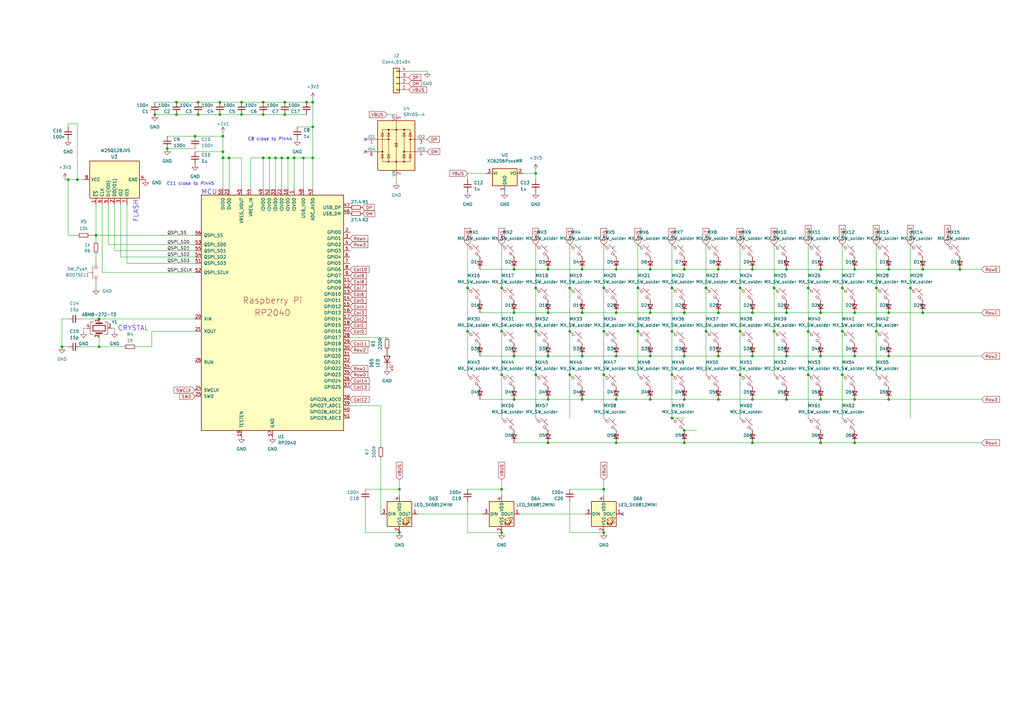
<source format=kicad_sch>
(kicad_sch (version 20231120) (generator "eeschema") (generator_version "8.0")
  (paper "A3")
  (junction (at 378.46 110.49))
  (junction (at 210.82 146.05))
  (junction (at 205.74 153.67))
  (junction (at 99.06 46.99))
  (junction (at 25.4 142.24))
  (junction (at 40.64 130.81))
  (junction (at 359.41 118.11))
  (junction (at 219.71 71.12))
  (junction (at 303.53 135.89))
  (junction (at 219.71 135.89))
  (junction (at 224.79 146.05))
  (junction (at 345.44 118.11))
  (junction (at 110.49 64.77))
  (junction (at 233.68 153.67))
  (junction (at 163.83 218.44))
  (junction (at 294.64 163.83))
  (junction (at 238.76 146.05))
  (junction (at 252.73 128.27))
  (junction (at 238.76 163.83))
  (junction (at 289.56 118.11))
  (junction (at 266.7 163.83))
  (junction (at 27.94 73.66))
  (junction (at 233.68 118.11))
  (junction (at 99.06 41.91))
  (junction (at 247.65 153.67))
  (junction (at 81.28 41.91))
  (junction (at 275.59 171.45))
  (junction (at 308.61 128.27))
  (junction (at 247.65 200.66))
  (junction (at 210.82 163.83))
  (junction (at 345.44 135.89))
  (junction (at 93.98 64.77))
  (junction (at 336.55 110.49))
  (junction (at 303.53 153.67))
  (junction (at 322.58 146.05))
  (junction (at 275.59 153.67))
  (junction (at 81.28 46.99))
  (junction (at 219.71 153.67))
  (junction (at 294.64 110.49))
  (junction (at 266.7 146.05))
  (junction (at 280.67 146.05))
  (junction (at 393.7 110.49))
  (junction (at 191.77 118.11))
  (junction (at 128.27 64.77))
  (junction (at 120.65 64.77))
  (junction (at 308.61 163.83))
  (junction (at 364.49 128.27))
  (junction (at 113.03 64.77))
  (junction (at 224.79 110.49))
  (junction (at 331.47 135.89))
  (junction (at 238.76 110.49))
  (junction (at 124.46 64.77))
  (junction (at 336.55 181.61))
  (junction (at 289.56 135.89))
  (junction (at 359.41 135.89))
  (junction (at 128.27 41.91))
  (junction (at 125.73 41.91))
  (junction (at 205.74 218.44))
  (junction (at 91.44 55.88))
  (junction (at 72.39 46.99))
  (junction (at 294.64 146.05))
  (junction (at 233.68 135.89))
  (junction (at 261.62 135.89))
  (junction (at 336.55 146.05))
  (junction (at 280.67 110.49))
  (junction (at 116.84 46.99))
  (junction (at 107.95 64.77))
  (junction (at 345.44 153.67))
  (junction (at 266.7 128.27))
  (junction (at 224.79 181.61))
  (junction (at 191.77 135.89))
  (junction (at 40.64 142.24))
  (junction (at 373.38 118.11))
  (junction (at 275.59 135.89))
  (junction (at 219.71 118.11))
  (junction (at 317.5 118.11))
  (junction (at 303.53 118.11))
  (junction (at 350.52 128.27))
  (junction (at 224.79 163.83))
  (junction (at 247.65 218.44))
  (junction (at 210.82 128.27))
  (junction (at 378.46 128.27))
  (junction (at 280.67 176.53))
  (junction (at 322.58 128.27))
  (junction (at 308.61 181.61))
  (junction (at 115.57 64.77))
  (junction (at 336.55 163.83))
  (junction (at 294.64 128.27))
  (junction (at 331.47 153.67))
  (junction (at 252.73 110.49))
  (junction (at 317.5 135.89))
  (junction (at 280.67 128.27))
  (junction (at 63.5 46.99))
  (junction (at 68.58 60.96))
  (junction (at 280.67 181.61))
  (junction (at 252.73 146.05))
  (junction (at 364.49 163.83))
  (junction (at 261.62 118.11))
  (junction (at 252.73 163.83))
  (junction (at 252.73 181.61))
  (junction (at 350.52 181.61))
  (junction (at 322.58 110.49))
  (junction (at 116.84 41.91))
  (junction (at 205.74 118.11))
  (junction (at 80.01 55.88))
  (junction (at 322.58 163.83))
  (junction (at 364.49 146.05))
  (junction (at 224.79 128.27))
  (junction (at 266.7 110.49))
  (junction (at 31.75 73.66))
  (junction (at 247.65 118.11))
  (junction (at 72.39 41.91))
  (junction (at 107.95 41.91))
  (junction (at 308.61 146.05))
  (junction (at 247.65 135.89))
  (junction (at 350.52 163.83))
  (junction (at 39.37 96.52))
  (junction (at 90.17 46.99))
  (junction (at 91.44 64.77))
  (junction (at 331.47 118.11))
  (junction (at 118.11 64.77))
  (junction (at 308.61 110.49))
  (junction (at 205.74 200.66))
  (junction (at 107.95 46.99))
  (junction (at 210.82 110.49))
  (junction (at 280.67 163.83))
  (junction (at 350.52 110.49))
  (junction (at 336.55 128.27))
  (junction (at 350.52 146.05))
  (junction (at 275.59 118.11))
  (junction (at 238.76 128.27))
  (junction (at 205.74 135.89))
  (junction (at 163.83 200.66))
  (junction (at 91.44 62.23))
  (junction (at 90.17 41.91))
  (junction (at 364.49 110.49))
  (junction (at 128.27 52.07))
  (no_connect (at 149.86 57.15))
  (no_connect (at 255.27 210.82))
  (no_connect (at 149.86 62.23))
  (wire (pts (xy 91.44 54.61) (xy 91.44 55.88)))
  (wire (pts (xy 143.51 138.43) (xy 158.75 138.43)))
  (wire (pts (xy 247.65 135.89) (xy 247.65 153.67)))
  (wire (pts (xy 261.62 135.89) (xy 261.62 153.67)))
  (wire (pts (xy 118.11 64.77) (xy 120.65 64.77)))
  (wire (pts (xy 336.55 146.05) (xy 350.52 146.05)))
  (wire (pts (xy 364.49 128.27) (xy 378.46 128.27)))
  (wire (pts (xy 266.7 146.05) (xy 280.67 146.05)))
  (wire (pts (xy 331.47 100.33) (xy 331.47 118.11)))
  (wire (pts (xy 317.5 118.11) (xy 317.5 135.89)))
  (wire (pts (xy 191.77 205.74) (xy 191.77 218.44)))
  (wire (pts (xy 233.68 200.66) (xy 247.65 200.66)))
  (wire (pts (xy 402.59 146.05) (xy 364.49 146.05)))
  (wire (pts (xy 280.67 181.61) (xy 308.61 181.61)))
  (wire (pts (xy 345.44 135.89) (xy 345.44 153.67)))
  (wire (pts (xy 280.67 128.27) (xy 294.64 128.27)))
  (wire (pts (xy 350.52 163.83) (xy 364.49 163.83)))
  (wire (pts (xy 252.73 110.49) (xy 266.7 110.49)))
  (wire (pts (xy 72.39 41.91) (xy 81.28 41.91)))
  (wire (pts (xy 196.85 128.27) (xy 210.82 128.27)))
  (wire (pts (xy 252.73 128.27) (xy 266.7 128.27)))
  (wire (pts (xy 81.28 41.91) (xy 90.17 41.91)))
  (wire (pts (xy 289.56 100.33) (xy 289.56 118.11)))
  (wire (pts (xy 191.77 135.89) (xy 191.77 153.67)))
  (wire (pts (xy 331.47 135.89) (xy 331.47 153.67)))
  (wire (pts (xy 171.45 210.82) (xy 198.12 210.82)))
  (wire (pts (xy 27.94 130.81) (xy 25.4 130.81)))
  (wire (pts (xy 233.68 118.11) (xy 233.68 135.89)))
  (wire (pts (xy 210.82 146.05) (xy 224.79 146.05)))
  (wire (pts (xy 128.27 52.07) (xy 128.27 64.77)))
  (wire (pts (xy 205.74 200.66) (xy 205.74 203.2)))
  (wire (pts (xy 275.59 118.11) (xy 275.59 135.89)))
  (wire (pts (xy 39.37 118.11) (xy 39.37 116.84)))
  (wire (pts (xy 317.5 135.89) (xy 317.5 153.67)))
  (wire (pts (xy 247.65 200.66) (xy 247.65 203.2)))
  (wire (pts (xy 124.46 64.77) (xy 124.46 77.47)))
  (wire (pts (xy 81.28 46.99) (xy 90.17 46.99)))
  (wire (pts (xy 196.85 146.05) (xy 210.82 146.05)))
  (wire (pts (xy 63.5 46.99) (xy 72.39 46.99)))
  (wire (pts (xy 110.49 64.77) (xy 110.49 77.47)))
  (wire (pts (xy 25.4 142.24) (xy 27.94 142.24)))
  (wire (pts (xy 113.03 64.77) (xy 115.57 64.77)))
  (wire (pts (xy 238.76 146.05) (xy 252.73 146.05)))
  (wire (pts (xy 128.27 40.64) (xy 128.27 41.91)))
  (wire (pts (xy 294.64 163.83) (xy 308.61 163.83)))
  (wire (pts (xy 289.56 135.89) (xy 289.56 153.67)))
  (wire (pts (xy 149.86 205.74) (xy 149.86 218.44)))
  (wire (pts (xy 210.82 163.83) (xy 224.79 163.83)))
  (wire (pts (xy 124.46 64.77) (xy 128.27 64.77)))
  (wire (pts (xy 39.37 99.06) (xy 39.37 96.52)))
  (wire (pts (xy 49.53 105.41) (xy 80.01 105.41)))
  (wire (pts (xy 162.56 72.39) (xy 162.56 74.93)))
  (wire (pts (xy 373.38 100.33) (xy 373.38 118.11)))
  (wire (pts (xy 266.7 128.27) (xy 280.67 128.27)))
  (wire (pts (xy 163.83 200.66) (xy 163.83 203.2)))
  (wire (pts (xy 93.98 64.77) (xy 91.44 64.77)))
  (wire (pts (xy 191.77 218.44) (xy 205.74 218.44)))
  (wire (pts (xy 99.06 77.47) (xy 99.06 64.77)))
  (wire (pts (xy 364.49 163.83) (xy 402.59 163.83)))
  (wire (pts (xy 210.82 181.61) (xy 224.79 181.61)))
  (wire (pts (xy 128.27 64.77) (xy 128.27 77.47)))
  (wire (pts (xy 345.44 153.67) (xy 345.44 171.45)))
  (wire (pts (xy 31.75 73.66) (xy 34.29 73.66)))
  (wire (pts (xy 41.91 83.82) (xy 41.91 111.76)))
  (wire (pts (xy 80.01 55.88) (xy 68.58 55.88)))
  (wire (pts (xy 247.65 153.67) (xy 247.65 171.45)))
  (wire (pts (xy 252.73 181.61) (xy 280.67 181.61)))
  (wire (pts (xy 116.84 46.99) (xy 125.73 46.99)))
  (wire (pts (xy 99.06 46.99) (xy 107.95 46.99)))
  (wire (pts (xy 266.7 110.49) (xy 280.67 110.49)))
  (wire (pts (xy 219.71 118.11) (xy 219.71 135.89)))
  (wire (pts (xy 238.76 110.49) (xy 252.73 110.49)))
  (wire (pts (xy 294.64 110.49) (xy 308.61 110.49)))
  (wire (pts (xy 196.85 163.83) (xy 210.82 163.83)))
  (wire (pts (xy 102.87 77.47) (xy 102.87 64.77)))
  (wire (pts (xy 373.38 118.11) (xy 373.38 171.45)))
  (wire (pts (xy 331.47 118.11) (xy 331.47 135.89)))
  (wire (pts (xy 224.79 110.49) (xy 238.76 110.49)))
  (wire (pts (xy 238.76 163.83) (xy 252.73 163.83)))
  (wire (pts (xy 163.83 196.85) (xy 163.83 200.66)))
  (wire (pts (xy 110.49 64.77) (xy 113.03 64.77)))
  (wire (pts (xy 308.61 181.61) (xy 336.55 181.61)))
  (wire (pts (xy 167.64 29.21) (xy 175.26 29.21)))
  (wire (pts (xy 191.77 71.12) (xy 199.39 71.12)))
  (wire (pts (xy 62.23 135.89) (xy 80.01 135.89)))
  (wire (pts (xy 68.58 60.96) (xy 80.01 60.96)))
  (wire (pts (xy 33.02 130.81) (xy 40.64 130.81)))
  (wire (pts (xy 125.73 41.91) (xy 128.27 41.91)))
  (wire (pts (xy 115.57 64.77) (xy 115.57 77.47)))
  (wire (pts (xy 90.17 41.91) (xy 99.06 41.91)))
  (wire (pts (xy 26.67 73.66) (xy 27.94 73.66)))
  (wire (pts (xy 359.41 135.89) (xy 359.41 153.67)))
  (wire (pts (xy 280.67 110.49) (xy 294.64 110.49)))
  (wire (pts (xy 210.82 110.49) (xy 224.79 110.49)))
  (wire (pts (xy 224.79 146.05) (xy 238.76 146.05)))
  (wire (pts (xy 294.64 146.05) (xy 308.61 146.05)))
  (wire (pts (xy 219.71 100.33) (xy 219.71 118.11)))
  (wire (pts (xy 224.79 163.83) (xy 238.76 163.83)))
  (wire (pts (xy 224.79 128.27) (xy 238.76 128.27)))
  (wire (pts (xy 350.52 146.05) (xy 364.49 146.05)))
  (wire (pts (xy 91.44 55.88) (xy 80.01 55.88)))
  (wire (pts (xy 91.44 62.23) (xy 91.44 64.77)))
  (wire (pts (xy 45.72 134.62) (xy 46.99 134.62)))
  (wire (pts (xy 90.17 46.99) (xy 99.06 46.99)))
  (wire (pts (xy 275.59 153.67) (xy 275.59 171.45)))
  (wire (pts (xy 289.56 118.11) (xy 289.56 135.89)))
  (wire (pts (xy 213.36 210.82) (xy 240.03 210.82)))
  (wire (pts (xy 149.86 218.44) (xy 163.83 218.44)))
  (wire (pts (xy 72.39 46.99) (xy 81.28 46.99)))
  (wire (pts (xy 116.84 41.91) (xy 125.73 41.91)))
  (wire (pts (xy 350.52 128.27) (xy 364.49 128.27)))
  (wire (pts (xy 214.63 71.12) (xy 219.71 71.12)))
  (wire (pts (xy 303.53 118.11) (xy 303.53 135.89)))
  (wire (pts (xy 219.71 71.12) (xy 219.71 73.66)))
  (wire (pts (xy 308.61 110.49) (xy 322.58 110.49)))
  (wire (pts (xy 275.59 100.33) (xy 275.59 118.11)))
  (wire (pts (xy 27.94 73.66) (xy 31.75 73.66)))
  (wire (pts (xy 40.64 130.81) (xy 80.01 130.81)))
  (wire (pts (xy 128.27 52.07) (xy 121.92 52.07)))
  (wire (pts (xy 102.87 64.77) (xy 107.95 64.77)))
  (wire (pts (xy 350.52 181.61) (xy 402.59 181.61)))
  (wire (pts (xy 91.44 62.23) (xy 80.01 62.23)))
  (wire (pts (xy 303.53 153.67) (xy 303.53 171.45)))
  (wire (pts (xy 46.99 102.87) (xy 80.01 102.87)))
  (wire (pts (xy 303.53 100.33) (xy 303.53 118.11)))
  (wire (pts (xy 275.59 135.89) (xy 275.59 153.67)))
  (wire (pts (xy 233.68 135.89) (xy 233.68 153.67)))
  (wire (pts (xy 36.83 96.52) (xy 39.37 96.52)))
  (wire (pts (xy 115.57 64.77) (xy 118.11 64.77)))
  (wire (pts (xy 99.06 64.77) (xy 93.98 64.77)))
  (wire (pts (xy 219.71 153.67) (xy 219.71 171.45)))
  (wire (pts (xy 44.45 100.33) (xy 80.01 100.33)))
  (wire (pts (xy 118.11 64.77) (xy 118.11 77.47)))
  (wire (pts (xy 120.65 64.77) (xy 124.46 64.77)))
  (wire (pts (xy 72.39 41.91) (xy 63.5 41.91)))
  (wire (pts (xy 294.64 128.27) (xy 308.61 128.27)))
  (wire (pts (xy 27.94 50.8) (xy 27.94 52.07)))
  (wire (pts (xy 275.59 171.45) (xy 280.67 171.45)))
  (wire (pts (xy 322.58 163.83) (xy 336.55 163.83)))
  (wire (pts (xy 158.75 46.99) (xy 162.56 46.99)))
  (wire (pts (xy 93.98 64.77) (xy 93.98 77.47)))
  (wire (pts (xy 44.45 83.82) (xy 44.45 100.33)))
  (wire (pts (xy 46.99 134.62) (xy 46.99 135.89)))
  (wire (pts (xy 39.37 96.52) (xy 80.01 96.52)))
  (wire (pts (xy 261.62 118.11) (xy 261.62 135.89)))
  (wire (pts (xy 149.86 200.66) (xy 163.83 200.66)))
  (wire (pts (xy 252.73 163.83) (xy 266.7 163.83)))
  (wire (pts (xy 247.65 196.85) (xy 247.65 200.66)))
  (wire (pts (xy 27.94 50.8) (xy 31.75 50.8)))
  (wire (pts (xy 107.95 41.91) (xy 116.84 41.91)))
  (wire (pts (xy 40.64 138.43) (xy 40.64 142.24)))
  (wire (pts (xy 308.61 146.05) (xy 322.58 146.05)))
  (wire (pts (xy 39.37 104.14) (xy 39.37 106.68)))
  (wire (pts (xy 219.71 135.89) (xy 219.71 153.67)))
  (wire (pts (xy 41.91 111.76) (xy 80.01 111.76)))
  (wire (pts (xy 322.58 146.05) (xy 336.55 146.05)))
  (wire (pts (xy 25.4 130.81) (xy 25.4 142.24)))
  (wire (pts (xy 247.65 100.33) (xy 247.65 118.11)))
  (wire (pts (xy 247.65 118.11) (xy 247.65 135.89)))
  (wire (pts (xy 322.58 110.49) (xy 336.55 110.49)))
  (wire (pts (xy 233.68 218.44) (xy 247.65 218.44)))
  (wire (pts (xy 359.41 100.33) (xy 359.41 118.11)))
  (wire (pts (xy 34.29 134.62) (xy 34.29 135.89)))
  (wire (pts (xy 393.7 110.49) (xy 378.46 110.49)))
  (wire (pts (xy 322.58 128.27) (xy 336.55 128.27)))
  (wire (pts (xy 402.59 110.49) (xy 393.7 110.49)))
  (wire (pts (xy 27.94 96.52) (xy 31.75 96.52)))
  (wire (pts (xy 205.74 118.11) (xy 205.74 135.89)))
  (wire (pts (xy 210.82 128.27) (xy 224.79 128.27)))
  (wire (pts (xy 308.61 163.83) (xy 322.58 163.83)))
  (wire (pts (xy 205.74 135.89) (xy 205.74 153.67)))
  (wire (pts (xy 156.21 210.82) (xy 156.21 187.96)))
  (wire (pts (xy 350.52 110.49) (xy 364.49 110.49)))
  (wire (pts (xy 39.37 96.52) (xy 39.37 83.82)))
  (wire (pts (xy 128.27 41.91) (xy 128.27 52.07)))
  (wire (pts (xy 308.61 128.27) (xy 322.58 128.27)))
  (wire (pts (xy 233.68 153.67) (xy 233.68 171.45)))
  (wire (pts (xy 99.06 41.91) (xy 107.95 41.91)))
  (wire (pts (xy 191.77 100.33) (xy 191.77 118.11)))
  (wire (pts (xy 261.62 100.33) (xy 261.62 118.11)))
  (wire (pts (xy 113.03 64.77) (xy 113.03 77.47)))
  (wire (pts (xy 52.07 107.95) (xy 80.01 107.95)))
  (wire (pts (xy 345.44 118.11) (xy 345.44 135.89)))
  (wire (pts (xy 120.65 64.77) (xy 120.65 77.47)))
  (wire (pts (xy 345.44 100.33) (xy 345.44 118.11)))
  (wire (pts (xy 280.67 163.83) (xy 294.64 163.83)))
  (wire (pts (xy 40.64 142.24) (xy 50.8 142.24)))
  (wire (pts (xy 52.07 83.82) (xy 52.07 107.95)))
  (wire (pts (xy 303.53 135.89) (xy 303.53 153.67)))
  (wire (pts (xy 107.95 64.77) (xy 107.95 77.47)))
  (wire (pts (xy 156.21 182.88) (xy 156.21 166.37)))
  (wire (pts (xy 191.77 71.12) (xy 191.77 73.66)))
  (wire (pts (xy 27.94 96.52) (xy 27.94 73.66)))
  (wire (pts (xy 191.77 118.11) (xy 191.77 135.89)))
  (wire (pts (xy 238.76 128.27) (xy 252.73 128.27)))
  (wire (pts (xy 378.46 128.27) (xy 402.59 128.27)))
  (wire (pts (xy 205.74 153.67) (xy 205.74 171.45)))
  (wire (pts (xy 35.56 134.62) (xy 34.29 134.62)))
  (wire (pts (xy 224.79 181.61) (xy 252.73 181.61)))
  (wire (pts (xy 336.55 128.27) (xy 350.52 128.27)))
  (wire (pts (xy 336.55 181.61) (xy 350.52 181.61)))
  (wire (pts (xy 91.44 64.77) (xy 91.44 77.47)))
  (wire (pts (xy 359.41 118.11) (xy 359.41 135.89)))
  (wire (pts (xy 205.74 100.33) (xy 205.74 118.11)))
  (wire (pts (xy 196.85 110.49) (xy 210.82 110.49)))
  (wire (pts (xy 266.7 163.83) (xy 280.67 163.83)))
  (wire (pts (xy 280.67 176.53) (xy 285.75 176.53)))
  (wire (pts (xy 252.73 146.05) (xy 266.7 146.05)))
  (wire (pts (xy 49.53 83.82) (xy 49.53 105.41)))
  (wire (pts (xy 336.55 163.83) (xy 350.52 163.83)))
  (wire (pts (xy 336.55 110.49) (xy 350.52 110.49)))
  (wire (pts (xy 219.71 69.85) (xy 219.71 71.12)))
  (wire (pts (xy 233.68 100.33) (xy 233.68 118.11)))
  (wire (pts (xy 331.47 153.67) (xy 331.47 171.45)))
  (wire (pts (xy 233.68 205.74) (xy 233.68 218.44)))
  (wire (pts (xy 317.5 100.33) (xy 317.5 118.11)))
  (wire (pts (xy 62.23 142.24) (xy 62.23 135.89)))
  (wire (pts (xy 91.44 55.88) (xy 91.44 62.23)))
  (wire (pts (xy 55.88 142.24) (xy 62.23 142.24)))
  (wire (pts (xy 205.74 196.85) (xy 205.74 200.66)))
  (wire (pts (xy 46.99 83.82) (xy 46.99 102.87)))
  (wire (pts (xy 107.95 64.77) (xy 110.49 64.77)))
  (wire (pts (xy 191.77 200.66) (xy 205.74 200.66)))
  (wire (pts (xy 31.75 73.66) (xy 31.75 50.8)))
  (wire (pts (xy 40.64 142.24) (xy 33.02 142.24)))
  (wire (pts (xy 280.67 146.05) (xy 294.64 146.05)))
  (wire (pts (xy 107.95 46.99) (xy 116.84 46.99)))
  (wire (pts (xy 156.21 166.37) (xy 143.51 166.37)))
  (wire (pts (xy 364.49 110.49) (xy 378.46 110.49)))
  (text "C11 close to Pin45\n" (at 68.326 76.2 0) (effects (font (size 1.3 1.3)) (justify left bottom)))
  (text "MCU" (at 82.55 80.01 0) (effects (font (size 2 2)) (justify left bottom)))
  (text "CRYSTAL\n" (at 48.26 135.89 0) (effects (font (size 2 2)) (justify left bottom)))
  (text "C8 close to Pin44\n" (at 101.6 57.912 0) (effects (font (size 1.3 1.3)) (justify left bottom)))
  (text "FLASH" (at 56.896 91.186 90) (effects (font (size 2 2)) (justify left bottom)))
  (label "QSPI_SS" (at 68.58 96.52 0))
  (label "QSPI_SD1" (at 68.58 102.87 0))
  (label "QSPI_SCLK" (at 68.58 111.76 0))
  (label "QSPI_SD2" (at 68.58 105.41 0))
  (label "QSPI_SD0" (at 68.58 100.33 0))
  (label "QSPI_SD3" (at 68.58 107.95 0))
  (global_label "Col2" (shape input) (at 143.51 130.81 0) (property "Intersheetrefs" "${INTERSHEET_REFS}" (effects (hide yes))))
  (global_label "VBUS" (shape input) (at 167.64 36.83 0) (property "Intersheetrefs" "${INTERSHEET_REFS}" (effects (hide yes))))
  (global_label "VBUS" (shape input) (at 163.83 196.85 90) (property "Intersheetrefs" "${INTERSHEET_REFS}" (effects (hide yes))))
  (global_label "Col1" (shape input) (at 143.51 133.35 0) (property "Intersheetrefs" "${INTERSHEET_REFS}" (effects (hide yes))))
  (global_label "Row3" (shape input) (at 402.59 163.83 0) (property "Intersheetrefs" "${INTERSHEET_REFS}" (effects (hide yes))))
  (global_label "Row4" (shape input) (at 402.59 181.61 0) (property "Intersheetrefs" "${INTERSHEET_REFS}" (effects (hide yes))))
  (global_label "Col5" (shape input) (at 143.51 123.19 0) (property "Intersheetrefs" "${INTERSHEET_REFS}" (effects (hide yes))))
  (global_label "Col3" (shape input) (at 143.51 128.27 0) (property "Intersheetrefs" "${INTERSHEET_REFS}" (effects (hide yes))))
  (global_label "VBUS" (shape input) (at 158.75 46.99 180) (property "Intersheetrefs" "${INTERSHEET_REFS}" (effects (hide yes))))
  (global_label "Col11" (shape input) (at 143.51 140.97 0) (property "Intersheetrefs" "${INTERSHEET_REFS}" (effects (hide yes))))
  (global_label "Col13" (shape input) (at 373.38 100.33 90) (property "Intersheetrefs" "${INTERSHEET_REFS}" (effects (hide yes))))
  (global_label "Col3" (shape input) (at 233.68 100.33 90) (property "Intersheetrefs" "${INTERSHEET_REFS}" (effects (hide yes))))
  (global_label "Col2" (shape input) (at 219.71 100.33 90) (property "Intersheetrefs" "${INTERSHEET_REFS}" (effects (hide yes))))
  (global_label "SWD" (shape input) (at 80.01 162.56 180) (property "Intersheetrefs" "${INTERSHEET_REFS}" (effects (hide yes))))
  (global_label "Col1" (shape input) (at 205.74 100.33 90) (property "Intersheetrefs" "${INTERSHEET_REFS}" (effects (hide yes))))
  (global_label "Col4" (shape input) (at 143.51 125.73 0) (property "Intersheetrefs" "${INTERSHEET_REFS}" (effects (hide yes))))
  (global_label "Col13" (shape input) (at 143.51 158.75 0) (property "Intersheetrefs" "${INTERSHEET_REFS}" (effects (hide yes))))
  (global_label "Col4" (shape input) (at 247.65 100.33 90) (property "Intersheetrefs" "${INTERSHEET_REFS}" (effects (hide yes))))
  (global_label "DM" (shape input) (at 175.26 62.23 0) (property "Intersheetrefs" "${INTERSHEET_REFS}" (effects (hide yes))))
  (global_label "Col7" (shape input) (at 143.51 118.11 0) (property "Intersheetrefs" "${INTERSHEET_REFS}" (effects (hide yes))))
  (global_label "DP" (shape input) (at 148.59 85.09 0) (property "Intersheetrefs" "${INTERSHEET_REFS}" (effects (hide yes))))
  (global_label "Col8" (shape input) (at 143.51 115.57 0) (property "Intersheetrefs" "${INTERSHEET_REFS}" (effects (hide yes))))
  (global_label "Col0" (shape input) (at 191.77 100.33 90) (property "Intersheetrefs" "${INTERSHEET_REFS}" (effects (hide yes))))
  (global_label "Row0" (shape input) (at 143.51 153.67 0) (property "Intersheetrefs" "${INTERSHEET_REFS}" (effects (hide yes))))
  (global_label "Col6" (shape input) (at 275.59 100.33 90) (property "Intersheetrefs" "${INTERSHEET_REFS}" (effects (hide yes))))
  (global_label "Col0" (shape input) (at 143.51 135.89 0) (property "Intersheetrefs" "${INTERSHEET_REFS}" (effects (hide yes))))
  (global_label "Col14" (shape input) (at 388.62 100.33 90) (property "Intersheetrefs" "${INTERSHEET_REFS}" (effects (hide yes))))
  (global_label "DM" (shape input) (at 167.64 34.29 0) (property "Intersheetrefs" "${INTERSHEET_REFS}" (effects (hide yes))))
  (global_label "Row3" (shape input) (at 143.51 100.33 0) (property "Intersheetrefs" "${INTERSHEET_REFS}" (effects (hide yes))))
  (global_label "Col7" (shape input) (at 289.56 100.33 90) (property "Intersheetrefs" "${INTERSHEET_REFS}" (effects (hide yes))))
  (global_label "DP" (shape input) (at 167.64 31.75 0) (property "Intersheetrefs" "${INTERSHEET_REFS}" (effects (hide yes))))
  (global_label "VBUS" (shape input) (at 247.65 196.85 90) (property "Intersheetrefs" "${INTERSHEET_REFS}" (effects (hide yes))))
  (global_label "VBUS" (shape input) (at 191.77 71.12 180) (property "Intersheetrefs" "${INTERSHEET_REFS}" (effects (hide yes))))
  (global_label "VBUS" (shape input) (at 205.74 196.85 90) (property "Intersheetrefs" "${INTERSHEET_REFS}" (effects (hide yes))))
  (global_label "Col6" (shape input) (at 143.51 120.65 0) (property "Intersheetrefs" "${INTERSHEET_REFS}" (effects (hide yes))))
  (global_label "SWCLK" (shape input) (at 80.01 160.02 180) (property "Intersheetrefs" "${INTERSHEET_REFS}" (effects (hide yes))))
  (global_label "Row2" (shape input) (at 143.51 143.51 0) (property "Intersheetrefs" "${INTERSHEET_REFS}" (effects (hide yes))))
  (global_label "Col10" (shape input) (at 143.51 110.49 0) (property "Intersheetrefs" "${INTERSHEET_REFS}" (effects (hide yes))))
  (global_label "Col11" (shape input) (at 345.44 100.33 90) (property "Intersheetrefs" "${INTERSHEET_REFS}" (effects (hide yes))))
  (global_label "Col9" (shape input) (at 317.5 100.33 90) (property "Intersheetrefs" "${INTERSHEET_REFS}" (effects (hide yes))))
  (global_label "Col12" (shape input) (at 143.51 163.83 0) (property "Intersheetrefs" "${INTERSHEET_REFS}" (effects (hide yes))))
  (global_label "Col9" (shape input) (at 143.51 113.03 0) (property "Intersheetrefs" "${INTERSHEET_REFS}" (effects (hide yes))))
  (global_label "Col5" (shape input) (at 261.62 100.33 90) (property "Intersheetrefs" "${INTERSHEET_REFS}" (effects (hide yes))))
  (global_label "DM" (shape input) (at 148.59 87.63 0) (property "Intersheetrefs" "${INTERSHEET_REFS}" (effects (hide yes))))
  (global_label "DP" (shape input) (at 175.26 57.15 0) (property "Intersheetrefs" "${INTERSHEET_REFS}" (effects (hide yes))))
  (global_label "Row1" (shape input) (at 143.51 151.13 0) (property "Intersheetrefs" "${INTERSHEET_REFS}" (effects (hide yes))))
  (global_label "Col8" (shape input) (at 303.53 100.33 90) (property "Intersheetrefs" "${INTERSHEET_REFS}" (effects (hide yes))))
  (global_label "Row4" (shape input) (at 143.51 97.79 0) (property "Intersheetrefs" "${INTERSHEET_REFS}" (effects (hide yes))))
  (global_label "Col10" (shape input) (at 331.47 100.33 90) (property "Intersheetrefs" "${INTERSHEET_REFS}" (effects (hide yes))))
  (global_label "Row0" (shape input) (at 402.59 110.49 0) (property "Intersheetrefs" "${INTERSHEET_REFS}" (effects (hide yes))))
  (global_label "Row1" (shape input) (at 402.59 128.27 0) (property "Intersheetrefs" "${INTERSHEET_REFS}" (effects (hide yes))))
  (global_label "Col12" (shape input) (at 359.41 100.33 90) (property "Intersheetrefs" "${INTERSHEET_REFS}" (effects (hide yes))))
  (global_label "Row2" (shape input) (at 402.59 146.05 0) (property "Intersheetrefs" "${INTERSHEET_REFS}" (effects (hide yes))))
  (global_label "Col14" (shape input) (at 143.51 156.21 0) (property "Intersheetrefs" "${INTERSHEET_REFS}" (effects (hide yes))))
  (symbol (lib_id "marbastlib-mx:MX_SW_solder") (at 222.25 173.99 0) (unit 1)
    (property "Reference" "MX57" (at 222.25 166.37 0))
    (property "Value" "MX_SW_solder" (at 222.25 168.91 0))
    (property "Footprint" "ScottoKeebs_MX:MX_PCB_1.00u_NoSilkscreen3" (effects (hide yes)))
    (property "Description" "Push button switch, normally open, two pins, 45° tilted" (effects (hide yes)))
  )
  (symbol (lib_id "Device:D_Small") (at 322.58 107.95 90) (unit 1)
    (property "Reference" "D10" (at 318.77 107.442 90) (effects (justify right)))
    (property "Value" "D_Small" (effects (hide yes)))
    (property "Footprint" "ScottoKeebs_Components:Diode_SOD-123_noref2" (effects (hide yes)))
    (property "Description" "Diode, small symbol" (effects (hide yes)))
    (property "Sim.Device" "D" (effects (hide yes)))
    (property "Sim.Pins" "1=K 2=A" (effects (hide yes)))
  )
  (symbol (lib_id "marbastlib-mx:MX_SW_solder") (at 320.04 120.65 0) (unit 1)
    (property "Reference" "MX25" (at 320.04 113.03 0))
    (property "Value" "MX_SW_solder" (at 320.04 115.57 0))
    (property "Footprint" "ScottoKeebs_MX:MX_PCB_1.00u_NoSilkscreen3" (effects (hide yes)))
    (property "Description" "Push button switch, normally open, two pins, 45° tilted" (effects (hide yes)))
  )
  (symbol (lib_id "Device:D_Small") (at 364.49 161.29 90) (unit 1)
    (property "Reference" "D55" (at 360.68 160.782 90) (effects (justify right)))
    (property "Value" "D_Small" (effects (hide yes)))
    (property "Footprint" "ScottoKeebs_Components:Diode_SOD-123_noref2" (effects (hide yes)))
    (property "Description" "Diode, small symbol" (effects (hide yes)))
    (property "Sim.Device" "D" (effects (hide yes)))
    (property "Sim.Pins" "1=K 2=A" (effects (hide yes)))
  )
  (symbol (lib_id "power:GND") (at 219.71 78.74 0) (unit 1)
    (property "Reference" "#PWR013" (effects (hide yes)))
    (property "Value" "GND" (at 219.71 83.82 0))
  )
  (symbol (lib_id "Device:C_Small") (at 80.01 64.77 0) (unit 1)
    (property "Reference" "C11" (at 82.55 63.5063 0) (effects (justify left)))
    (property "Value" "1u" (at 82.55 66.0463 0) (effects (justify left)))
    (property "Footprint" "hjcustom:C_0402_1005Metric" (effects (hide yes)))
  )
  (symbol (lib_id "marbastlib-mx:MX_SW_solder") (at 347.98 138.43 0) (unit 1)
    (property "Reference" "MX41" (at 347.98 130.81 0))
    (property "Value" "MX_SW_solder" (at 347.98 133.35 0))
    (property "Footprint" "ScottoKeebs_MX:MX_PCB_1.00u_NoSilkscreen3" (effects (hide yes)))
    (property "Description" "Push button switch, normally open, two pins, 45° tilted" (effects (hide yes)))
  )
  (symbol (lib_id "Device:C_Small") (at 68.58 58.42 0) (unit 1)
    (property "Reference" "C9" (at 71.12 57.1563 0) (effects (justify left)))
    (property "Value" "100n" (at 71.12 59.6963 0) (effects (justify left)))
    (property "Footprint" "hjcustom:C_0402_1005Metric" (effects (hide yes)))
  )
  (symbol (lib_id "Device:D_Small") (at 252.73 161.29 90) (unit 1)
    (property "Reference" "D47" (at 248.92 160.782 90) (effects (justify right)))
    (property "Value" "D_Small" (effects (hide yes)))
    (property "Footprint" "ScottoKeebs_Components:Diode_SOD-123_noref2" (effects (hide yes)))
    (property "Description" "Diode, small symbol" (effects (hide yes)))
    (property "Sim.Device" "D" (effects (hide yes)))
    (property "Sim.Pins" "1=K 2=A" (effects (hide yes)))
  )
  (symbol (lib_id "Device:D_Small") (at 336.55 161.29 90) (unit 1)
    (property "Reference" "D53" (at 332.74 160.782 90) (effects (justify right)))
    (property "Value" "D_Small" (effects (hide yes)))
    (property "Footprint" "ScottoKeebs_Components:Diode_SOD-123_noref2" (effects (hide yes)))
    (property "Description" "Diode, small symbol" (effects (hide yes)))
    (property "Sim.Device" "D" (effects (hide yes)))
    (property "Sim.Pins" "1=K 2=A" (effects (hide yes)))
  )
  (symbol (lib_id "marbastlib-mx:MX_SW_solder") (at 334.01 102.87 0) (unit 1)
    (property "Reference" "MX11" (at 334.01 95.25 0))
    (property "Value" "MX_SW_solder" (at 334.01 97.79 0))
    (property "Footprint" "ScottoKeebs_MX:MX_PCB_1.00u_NoSilkscreen3" (effects (hide yes)))
    (property "Description" "Push button switch, normally open, two pins, 45° tilted" (effects (hide yes)))
  )
  (symbol (lib_id "Device:C_Small") (at 90.17 44.45 180) (unit 1)
    (property "Reference" "C4" (at 87.63 45.7137 0) (effects (justify left)))
    (property "Value" "100n" (at 87.63 43.1737 0) (effects (justify left)))
    (property "Footprint" "hjcustom:C_0402_1005Metric" (effects (hide yes)))
  )
  (symbol (lib_id "Device:D_Small") (at 308.61 161.29 90) (unit 1)
    (property "Reference" "D51" (at 304.8 160.782 90) (effects (justify right)))
    (property "Value" "D_Small" (effects (hide yes)))
    (property "Footprint" "ScottoKeebs_Components:Diode_SOD-123_noref2" (effects (hide yes)))
    (property "Description" "Diode, small symbol" (effects (hide yes)))
    (property "Sim.Device" "D" (effects (hide yes)))
    (property "Sim.Pins" "1=K 2=A" (effects (hide yes)))
  )
  (symbol (lib_id "marbastlib-mx:MX_SW_solder") (at 250.19 102.87 0) (unit 1)
    (property "Reference" "MX5" (at 250.19 95.25 0))
    (property "Value" "MX_SW_solder" (at 250.19 97.79 0))
    (property "Footprint" "ScottoKeebs_MX:MX_PCB_1.00u_NoSilkscreen3" (effects (hide yes)))
    (property "Description" "Push button switch, normally open, two pins, 45° tilted" (effects (hide yes)))
  )
  (symbol (lib_id "marbastlib-mx:MX_SW_solder") (at 250.19 138.43 0) (unit 1)
    (property "Reference" "MX34" (at 250.19 130.81 0))
    (property "Value" "MX_SW_solder" (at 250.19 133.35 0))
    (property "Footprint" "ScottoKeebs_MX:MX_PCB_1.00u_NoSilkscreen3" (effects (hide yes)))
    (property "Description" "Push button switch, normally open, two pins, 45° tilted" (effects (hide yes)))
  )
  (symbol (lib_id "power:GND") (at 99.06 179.07 0) (unit 1)
    (property "Reference" "#PWR08" (effects (hide yes)))
    (property "Value" "GND" (at 99.06 184.15 0))
  )
  (symbol (lib_id "Device:C_Small") (at 99.06 44.45 180) (unit 1)
    (property "Reference" "C5" (at 96.52 45.7137 0) (effects (justify left)))
    (property "Value" "100n" (at 96.52 43.1737 0) (effects (justify left)))
    (property "Footprint" "hjcustom:C_0402_1005Metric" (effects (hide yes)))
  )
  (symbol (lib_id "Device:C_Small") (at 72.39 44.45 180) (unit 1)
    (property "Reference" "C2" (at 69.85 45.7137 0) (effects (justify left)))
    (property "Value" "100n" (at 69.85 43.1737 0) (effects (justify left)))
    (property "Footprint" "hjcustom:C_0402_1005Metric" (effects (hide yes)))
  )
  (symbol (lib_id "Device:D_Small") (at 336.55 107.95 90) (unit 1)
    (property "Reference" "D11" (at 332.74 107.442 90) (effects (justify right)))
    (property "Value" "D_Small" (effects (hide yes)))
    (property "Footprint" "ScottoKeebs_Components:Diode_SOD-123_noref2" (effects (hide yes)))
    (property "Description" "Diode, small symbol" (effects (hide yes)))
    (property "Sim.Device" "D" (effects (hide yes)))
    (property "Sim.Pins" "1=K 2=A" (effects (hide yes)))
  )
  (symbol (lib_id "power:GND") (at 80.01 67.31 0) (unit 1)
    (property "Reference" "#PWR06" (effects (hide yes)))
    (property "Value" "GND" (at 80.01 72.39 0))
  )
  (symbol (lib_id "Device:D_Small") (at 280.67 179.07 90) (unit 1)
    (property "Reference" "D59" (at 276.86 178.562 90) (effects (justify right)))
    (property "Value" "D_Small" (effects (hide yes)))
    (property "Footprint" "ScottoKeebs_Components:Diode_SOD-123_noref2" (effects (hide yes)))
    (property "Description" "Diode, small symbol" (effects (hide yes)))
    (property "Sim.Device" "D" (effects (hide yes)))
    (property "Sim.Pins" "1=K 2=A" (effects (hide yes)))
  )
  (symbol (lib_id "marbastlib-mx:MX_SW_solder") (at 320.04 138.43 0) (unit 1)
    (property "Reference" "MX39" (at 320.04 130.81 0))
    (property "Value" "MX_SW_solder" (at 320.04 133.35 0))
    (property "Footprint" "ScottoKeebs_MX:MX_PCB_1.00u_NoSilkscreen3" (effects (hide yes)))
    (property "Description" "Push button switch, normally open, two pins, 45° tilted" (effects (hide yes)))
  )
  (symbol (lib_id "marbastlib-mx:MX_SW_solder") (at 194.31 156.21 0) (unit 1)
    (property "Reference" "MX43" (at 194.31 148.59 0))
    (property "Value" "MX_SW_solder" (at 194.31 151.13 0))
    (property "Footprint" "ScottoKeebs_MX:MX_PCB_1.00u_NoSilkscreen3" (effects (hide yes)))
    (property "Description" "Push button switch, normally open, two pins, 45° tilted" (effects (hide yes)))
  )
  (symbol (lib_id "marbastlib-mx:MX_SW_solder") (at 194.31 120.65 0) (unit 1)
    (property "Reference" "MX16" (at 194.31 113.03 0))
    (property "Value" "MX_SW_solder" (at 194.31 115.57 0))
    (property "Footprint" "ScottoKeebs_MX:MX_PCB_1.00u_NoSilkscreen3" (effects (hide yes)))
    (property "Description" "Push button switch, normally open, two pins, 45° tilted" (effects (hide yes)))
  )
  (symbol (lib_id "marbastlib-mx:MX_SW_solder") (at 391.16 102.87 0) (unit 1)
    (property "Reference" "MX15" (at 391.16 95.25 0))
    (property "Value" "MX_SW_solder" (at 391.16 97.79 0))
    (property "Footprint" "ScottoKeebs_MX:MX_PCB_1.00u_NoSilkscreen3" (effects (hide yes)))
    (property "Description" "Push button switch, normally open, two pins, 45° tilted" (effects (hide yes)))
  )
  (symbol (lib_id "marbastlib-mx:MX_SW_solder") (at 222.25 120.65 0) (unit 1)
    (property "Reference" "MX18" (at 222.25 113.03 0))
    (property "Value" "MX_SW_solder" (at 222.25 115.57 0))
    (property "Footprint" "ScottoKeebs_MX:MX_PCB_1.00u_NoSilkscreen3" (effects (hide yes)))
    (property "Description" "Push button switch, normally open, two pins, 45° tilted" (effects (hide yes)))
  )
  (symbol (lib_id "power:GND") (at 111.76 179.07 0) (unit 1)
    (property "Reference" "#PWR09" (effects (hide yes)))
    (property "Value" "GND" (at 111.76 184.15 0))
  )
  (symbol (lib_id "marbastlib-various:SRV05-4") (at 162.56 59.69 0) (unit 1)
    (property "Reference" "U4" (at 165.3287 44.45 0) (effects (justify left)))
    (property "Value" "SRV05-4" (at 165.3287 46.99 0) (effects (justify left)))
    (property "Footprint" "Package_TO_SOT_SMD:SOT-23-6" (effects (hide yes)))
    (property "Datasheet" "http://www.onsemi.com/pub/Collateral/SRV05-4-D.PDF" (effects (hide yes)))
  )
  (symbol (lib_id "marbastlib-mx:MX_SW_solder") (at 208.28 173.99 0) (unit 1)
    (property "Reference" "MX56" (at 208.28 166.37 0))
    (property "Value" "MX_SW_solder" (at 208.28 168.91 0))
    (property "Footprint" "ScottoKeebs_MX:MX_PCB_1.00u_NoSilkscreen3" (effects (hide yes)))
    (property "Description" "Push button switch, normally open, two pins, 45° tilted" (effects (hide yes)))
  )
  (symbol (lib_id "Device:D_Small") (at 196.85 107.95 90) (unit 1)
    (property "Reference" "D1" (at 193.04 107.442 90) (effects (justify right)))
    (property "Value" "D_Small" (effects (hide yes)))
    (property "Footprint" "ScottoKeebs_Components:Diode_SOD-123_noref2" (effects (hide yes)))
    (property "Description" "Diode, small symbol" (effects (hide yes)))
    (property "Sim.Device" "D" (effects (hide yes)))
    (property "Sim.Pins" "1=K 2=A" (effects (hide yes)))
  )
  (symbol (lib_id "power:+1V1") (at 91.44 54.61 0) (unit 1)
    (property "Reference" "#PWR03" (effects (hide yes)))
    (property "Value" "+1V1" (at 91.44 50.8 0))
  )
  (symbol (lib_id "Device:D_Small") (at 238.76 161.29 90) (unit 1)
    (property "Reference" "D46" (at 234.95 160.782 90) (effects (justify right)))
    (property "Value" "D_Small" (effects (hide yes)))
    (property "Footprint" "ScottoKeebs_Components:Diode_SOD-123_noref2" (effects (hide yes)))
    (property "Description" "Diode, small symbol" (effects (hide yes)))
    (property "Sim.Device" "D" (effects (hide yes)))
    (property "Sim.Pins" "1=K 2=A" (effects (hide yes)))
  )
  (symbol (lib_id "Device:D_Small") (at 210.82 125.73 90) (unit 1)
    (property "Reference" "D17" (at 207.01 125.222 90) (effects (justify right)))
    (property "Value" "D_Small" (effects (hide yes)))
    (property "Footprint" "ScottoKeebs_Components:Diode_SOD-123_noref2" (effects (hide yes)))
    (property "Description" "Diode, small symbol" (effects (hide yes)))
    (property "Sim.Device" "D" (effects (hide yes)))
    (property "Sim.Pins" "1=K 2=A" (effects (hide yes)))
  )
  (symbol (lib_id "marbastlib-mx:MX_SW_solder") (at 306.07 120.65 0) (unit 1)
    (property "Reference" "MX24" (at 306.07 113.03 0))
    (property "Value" "MX_SW_solder" (at 306.07 115.57 0))
    (property "Footprint" "ScottoKeebs_MX:MX_PCB_1.00u_NoSilkscreen3" (effects (hide yes)))
    (property "Description" "Push button switch, normally open, two pins, 45° tilted" (effects (hide yes)))
  )
  (symbol (lib_id "Device:D_Small") (at 322.58 125.73 90) (unit 1)
    (property "Reference" "D25" (at 318.77 125.222 90) (effects (justify right)))
    (property "Value" "D_Small" (effects (hide yes)))
    (property "Footprint" "ScottoKeebs_Components:Diode_SOD-123_noref2" (effects (hide yes)))
    (property "Description" "Diode, small symbol" (effects (hide yes)))
    (property "Sim.Device" "D" (effects (hide yes)))
    (property "Sim.Pins" "1=K 2=A" (effects (hide yes)))
  )
  (symbol (lib_id "Device:D_Small") (at 196.85 161.29 90) (unit 1)
    (property "Reference" "D43" (at 193.04 160.782 90) (effects (justify right)))
    (property "Value" "D_Small" (effects (hide yes)))
    (property "Footprint" "ScottoKeebs_Components:Diode_SOD-123_noref2" (effects (hide yes)))
    (property "Description" "Diode, small symbol" (effects (hide yes)))
    (property "Sim.Device" "D" (effects (hide yes)))
    (property "Sim.Pins" "1=K 2=A" (effects (hide yes)))
  )
  (symbol (lib_id "Memory_Flash:W25Q128JVS") (at 46.99 73.66 90) (unit 1)
    (property "Reference" "U3" (at 48.26 64.262 90) (effects (justify left)))
    (property "Value" "W25Q128JVS" (at 53.594 61.722 90) (effects (justify left)))
    (property "Footprint" "hjcustom:SOIC-8_5.23x5.23mm_P1.27mm" (effects (hide yes)))
    (property "Datasheet" "http://www.winbond.com/resource-files/w25q128jv_dtr%20revc%2003272018%20plus.pdf" (effects (hide yes)))
  )
  (symbol (lib_id "Device:D_Small") (at 308.61 143.51 90) (unit 1)
    (property "Reference" "D38" (at 304.8 143.002 90) (effects (justify right)))
    (property "Value" "D_Small" (effects (hide yes)))
    (property "Footprint" "ScottoKeebs_Components:Diode_SOD-123_noref2" (effects (hide yes)))
    (property "Description" "Diode, small symbol" (effects (hide yes)))
    (property "Sim.Device" "D" (effects (hide yes)))
    (property "Sim.Pins" "1=K 2=A" (effects (hide yes)))
  )
  (symbol (lib_id "Device:D_Small") (at 266.7 143.51 90) (unit 1)
    (property "Reference" "D35" (at 262.89 143.002 90) (effects (justify right)))
    (property "Value" "D_Small" (effects (hide yes)))
    (property "Footprint" "ScottoKeebs_Components:Diode_SOD-123_noref2" (effects (hide yes)))
    (property "Description" "Diode, small symbol" (effects (hide yes)))
    (property "Sim.Device" "D" (effects (hide yes)))
    (property "Sim.Pins" "1=K 2=A" (effects (hide yes)))
  )
  (symbol (lib_id "marbastlib-mx:MX_SW_solder") (at 375.92 120.65 0) (unit 1)
    (property "Reference" "MX29" (at 375.92 113.03 0))
    (property "Value" "MX_SW_solder" (at 375.92 115.57 0))
    (property "Footprint" "ScottoKeebs_MX:MX_PCB_1.00u_NoSilkscreen3" (effects (hide yes)))
    (property "Description" "Push button switch, normally open, two pins, 45° tilted" (effects (hide yes)))
  )
  (symbol (lib_id "marbastlib-mx:MX_SW_solder") (at 278.13 156.21 0) (unit 1)
    (property "Reference" "MX49" (at 278.13 148.59 0))
    (property "Value" "MX_SW_solder" (at 278.13 151.13 0))
    (property "Footprint" "ScottoKeebs_MX:MX_PCB_1.00u_NoSilkscreen3" (effects (hide yes)))
    (property "Description" "Push button switch, normally open, two pins, 45° tilted" (effects (hide yes)))
  )
  (symbol (lib_id "Device:D_Small") (at 252.73 125.73 90) (unit 1)
    (property "Reference" "D20" (at 248.92 125.222 90) (effects (justify right)))
    (property "Value" "D_Small" (effects (hide yes)))
    (property "Footprint" "ScottoKeebs_Components:Diode_SOD-123_noref2" (effects (hide yes)))
    (property "Description" "Diode, small symbol" (effects (hide yes)))
    (property "Sim.Device" "D" (effects (hide yes)))
    (property "Sim.Pins" "1=K 2=A" (effects (hide yes)))
  )
  (symbol (lib_id "Device:C_Small") (at 30.48 142.24 90) (unit 1)
    (property "Reference" "C15" (at 30.4863 135.89 90))
    (property "Value" "15p" (at 30.4863 138.43 90))
    (property "Footprint" "hjcustom:C_0402_1005Metric" (effects (hide yes)))
  )
  (symbol (lib_id "marbastlib-mx:MX_SW_solder") (at 361.95 156.21 0) (unit 1)
    (property "Reference" "MX55" (at 361.95 148.59 0))
    (property "Value" "MX_SW_solder" (at 361.95 151.13 0))
    (property "Footprint" "ScottoKeebs_MX:MX_PCB_1.00u_NoSilkscreen3" (effects (hide yes)))
    (property "Description" "Push button switch, normally open, two pins, 45° tilted" (effects (hide yes)))
  )
  (symbol (lib_id "Device:D_Small") (at 266.7 161.29 90) (unit 1)
    (property "Reference" "D48" (at 262.89 160.782 90) (effects (justify right)))
    (property "Value" "D_Small" (effects (hide yes)))
    (property "Footprint" "ScottoKeebs_Components:Diode_SOD-123_noref2" (effects (hide yes)))
    (property "Description" "Diode, small symbol" (effects (hide yes)))
    (property "Sim.Device" "D" (effects (hide yes)))
    (property "Sim.Pins" "1=K 2=A" (effects (hide yes)))
  )
  (symbol (lib_id "marbastlib-mx:MX_SW_solder") (at 264.16 156.21 0) (unit 1)
    (property "Reference" "MX48" (at 264.16 148.59 0))
    (property "Value" "MX_SW_solder" (at 264.16 151.13 0))
    (property "Footprint" "ScottoKeebs_MX:MX_PCB_1.00u_NoSilkscreen3" (effects (hide yes)))
    (property "Description" "Push button switch, normally open, two pins, 45° tilted" (effects (hide yes)))
  )
  (symbol (lib_id "Device:C_Small") (at 116.84 44.45 180) (unit 1)
    (property "Reference" "C7" (at 114.3 45.7137 0) (effects (justify left)))
    (property "Value" "100n" (at 114.3 43.1737 0) (effects (justify left)))
    (property "Footprint" "hjcustom:C_0402_1005Metric" (effects (hide yes)))
  )
  (symbol (lib_id "ScottoKeebs:LED_SK6812MINI") (at 163.83 210.82 0) (unit 1)
    (property "Reference" "D63" (at 177.8 204.5014 0))
    (property "Value" "LED_SK6812MINI" (at 177.8 207.0414 0))
    (property "Footprint" "ScottoKeebs_Components:LED_SK6812MINI-E_clrce" (effects (hide yes)))
    (property "Datasheet" "https://cdn-shop.adafruit.com/product-files/2686/SK6812MINI_REV.01-1-2.pdf" (effects (hide yes)))
    (property "Description" "RGB LED with integrated controller" (effects (hide yes)))
  )
  (symbol (lib_id "Device:D_Small") (at 224.79 125.73 90) (unit 1)
    (property "Reference" "D18" (at 220.98 125.222 90) (effects (justify right)))
    (property "Value" "D_Small" (effects (hide yes)))
    (property "Footprint" "ScottoKeebs_Components:Diode_SOD-123_noref2" (effects (hide yes)))
    (property "Description" "Diode, small symbol" (effects (hide yes)))
    (property "Sim.Device" "D" (effects (hide yes)))
    (property "Sim.Pins" "1=K 2=A" (effects (hide yes)))
  )
  (symbol (lib_id "Device:D_Small") (at 308.61 179.07 90) (unit 1)
    (property "Reference" "D60" (at 304.8 178.562 90) (effects (justify right)))
    (property "Value" "D_Small" (effects (hide yes)))
    (property "Footprint" "ScottoKeebs_Components:Diode_SOD-123_noref2" (effects (hide yes)))
    (property "Description" "Diode, small symbol" (effects (hide yes)))
    (property "Sim.Device" "D" (effects (hide yes)))
    (property "Sim.Pins" "1=K 2=A" (effects (hide yes)))
  )
  (symbol (lib_id "Device:C_Small") (at 63.5 44.45 180) (unit 1)
    (property "Reference" "C1" (at 60.96 45.7137 0) (effects (justify left)))
    (property "Value" "100n" (at 60.96 43.1737 0) (effects (justify left)))
    (property "Footprint" "hjcustom:C_0402_1005Metric" (effects (hide yes)))
  )
  (symbol (lib_id "marbastlib-mx:MX_SW_solder") (at 236.22 156.21 0) (unit 1)
    (property "Reference" "MX46" (at 236.22 148.59 0))
    (property "Value" "MX_SW_solder" (at 236.22 151.13 0))
    (property "Footprint" "ScottoKeebs_MX:MX_PCB_1.00u_NoSilkscreen3" (effects (hide yes)))
    (property "Description" "Push button switch, normally open, two pins, 45° tilted" (effects (hide yes)))
  )
  (symbol (lib_id "marbastlib-mx:MX_SW_solder") (at 278.13 120.65 0) (unit 1)
    (property "Reference" "MX22" (at 278.13 113.03 0))
    (property "Value" "MX_SW_solder" (at 278.13 115.57 0))
    (property "Footprint" "ScottoKeebs_MX:MX_PCB_1.00u_NoSilkscreen3" (effects (hide yes)))
    (property "Description" "Push button switch, normally open, two pins, 45° tilted" (effects (hide yes)))
  )
  (symbol (lib_id "power:GND") (at 207.01 78.74 0) (unit 1)
    (property "Reference" "#PWR012" (effects (hide yes)))
    (property "Value" "GND" (at 207.01 83.82 0))
  )
  (symbol (lib_id "Device:R_Small") (at 146.05 85.09 270) (unit 1)
    (property "Reference" "R1" (at 149.86 82.804 90))
    (property "Value" "27.4" (at 146.05 82.804 90))
    (property "Footprint" "Capacitor_SMD:C_0603_1608Metric" (effects (hide yes)))
  )
  (symbol (lib_id "Device:D_Small") (at 280.67 107.95 90) (unit 1)
    (property "Reference" "D7" (at 276.86 107.442 90) (effects (justify right)))
    (property "Value" "D_Small" (effects (hide yes)))
    (property "Footprint" "ScottoKeebs_Components:Diode_SOD-123_noref2" (effects (hide yes)))
    (property "Description" "Diode, small symbol" (effects (hide yes)))
    (property "Sim.Device" "D" (effects (hide yes)))
    (property "Sim.Pins" "1=K 2=A" (effects (hide yes)))
  )
  (symbol (lib_id "Device:D_Small") (at 224.79 161.29 90) (unit 1)
    (property "Reference" "D45" (at 220.98 160.782 90) (effects (justify right)))
    (property "Value" "D_Small" (effects (hide yes)))
    (property "Footprint" "ScottoKeebs_Components:Diode_SOD-123_noref2" (effects (hide yes)))
    (property "Description" "Diode, small symbol" (effects (hide yes)))
    (property "Sim.Device" "D" (effects (hide yes)))
    (property "Sim.Pins" "1=K 2=A" (effects (hide yes)))
  )
  (symbol (lib_id "marbastlib-mx:MX_SW_solder") (at 250.19 120.65 0) (unit 1)
    (property "Reference" "MX20" (at 250.19 113.03 0))
    (property "Value" "MX_SW_solder" (at 250.19 115.57 0))
    (property "Footprint" "ScottoKeebs_MX:MX_PCB_1.00u_NoSilkscreen3" (effects (hide yes)))
    (property "Description" "Push button switch, normally open, two pins, 45° tilted" (effects (hide yes)))
  )
  (symbol (lib_id "marbastlib-mx:MX_SW_solder") (at 306.07 102.87 0) (unit 1)
    (property "Reference" "MX9" (at 306.07 95.25 0))
    (property "Value" "MX_SW_solder" (at 306.07 97.79 0))
    (property "Footprint" "ScottoKeebs_MX:MX_PCB_1.00u_NoSilkscreen3" (effects (hide yes)))
    (property "Description" "Push button switch, normally open, two pins, 45° tilted" (effects (hide yes)))
  )
  (symbol (lib_id "power:GND") (at 162.56 74.93 0) (unit 1)
    (property "Reference" "#PWR021" (effects (hide yes)))
    (property "Value" "GND" (at 162.56 80.01 0))
  )
  (symbol (lib_id "Device:D_Small") (at 294.64 125.73 90) (unit 1)
    (property "Reference" "D23" (at 290.83 125.222 90) (effects (justify right)))
    (property "Value" "D_Small" (effects (hide yes)))
    (property "Footprint" "ScottoKeebs_Components:Diode_SOD-123_noref2" (effects (hide yes)))
    (property "Description" "Diode, small symbol" (effects (hide yes)))
    (property "Sim.Device" "D" (effects (hide yes)))
    (property "Sim.Pins" "1=K 2=A" (effects (hide yes)))
  )
  (symbol (lib_id "marbastlib-mx:MX_SW_solder") (at 278.13 173.99 0) (unit 1)
    (property "Reference" "MX59" (at 278.13 166.37 0))
    (property "Value" "MX_SW_solder" (at 278.13 168.91 0))
    (property "Footprint" "ScottoKeebs_MX:MX_PCB_1.00u_NoSilkscreen3" (effects (hide yes)))
    (property "Description" "Push button switch, normally open, two pins, 45° tilted" (effects (hide yes)))
  )
  (symbol (lib_id "Device:C_Small") (at 219.71 76.2 0) (unit 1)
    (property "Reference" "C13" (at 213.36 74.93 0) (effects (justify left)))
    (property "Value" "1u" (at 213.36 77.47 0) (effects (justify left)))
    (property "Footprint" "hjcustom:C_0402_1005Metric" (effects (hide yes)))
  )
  (symbol (lib_id "power:GND") (at 63.5 46.99 0) (unit 1)
    (property "Reference" "#PWR02" (effects (hide yes)))
    (property "Value" "GND" (at 63.5 52.07 0))
  )
  (symbol (lib_id "marbastlib-mx:MX_SW_solder") (at 264.16 102.87 0) (unit 1)
    (property "Reference" "MX6" (at 264.16 95.25 0))
    (property "Value" "MX_SW_solder" (at 264.16 97.79 0))
    (property "Footprint" "ScottoKeebs_MX:MX_PCB_1.00u_NoSilkscreen3" (effects (hide yes)))
    (property "Description" "Push button switch, normally open, two pins, 45° tilted" (effects (hide yes)))
  )
  (symbol (lib_id "Device:D_Small") (at 336.55 179.07 90) (unit 1)
    (property "Reference" "D61" (at 332.74 178.562 90) (effects (justify right)))
    (property "Value" "D_Small" (effects (hide yes)))
    (property "Footprint" "ScottoKeebs_Components:Diode_SOD-123_noref2" (effects (hide yes)))
    (property "Description" "Diode, small symbol" (effects (hide yes)))
    (property "Sim.Device" "D" (effects (hide yes)))
    (property "Sim.Pins" "1=K 2=A" (effects (hide yes)))
  )
  (symbol (lib_id "Device:D_Small") (at 266.7 125.73 90) (unit 1)
    (property "Reference" "D21" (at 262.89 125.222 90) (effects (justify right)))
    (property "Value" "D_Small" (effects (hide yes)))
    (property "Footprint" "ScottoKeebs_Components:Diode_SOD-123_noref2" (effects (hide yes)))
    (property "Description" "Diode, small symbol" (effects (hide yes)))
    (property "Sim.Device" "D" (effects (hide yes)))
    (property "Sim.Pins" "1=K 2=A" (effects (hide yes)))
  )
  (symbol (lib_id "Device:D_Small") (at 350.52 143.51 90) (unit 1)
    (property "Reference" "D41" (at 346.71 143.002 90) (effects (justify right)))
    (property "Value" "D_Small" (effects (hide yes)))
    (property "Footprint" "ScottoKeebs_Components:Diode_SOD-123_noref2" (effects (hide yes)))
    (property "Description" "Diode, small symbol" (effects (hide yes)))
    (property "Sim.Device" "D" (effects (hide yes)))
    (property "Sim.Pins" "1=K 2=A" (effects (hide yes)))
  )
  (symbol (lib_id "power:GND") (at 34.29 135.89 0) (unit 1)
    (property "Reference" "#PWR014" (effects (hide yes)))
    (property "Value" "GND" (at 34.29 140.97 0))
  )
  (symbol (lib_id "power:GND") (at 46.99 135.89 0) (unit 1)
    (property "Reference" "#PWR015" (effects (hide yes)))
    (property "Value" "GND" (at 46.99 140.97 0))
  )
  (symbol (lib_id "Device:D_Small") (at 393.7 107.95 90) (unit 1)
    (property "Reference" "D15" (at 389.89 107.442 90) (effects (justify right)))
    (property "Value" "D_Small" (effects (hide yes)))
    (property "Footprint" "ScottoKeebs_Components:Diode_SOD-123_noref2" (effects (hide yes)))
    (property "Description" "Diode, small symbol" (effects (hide yes)))
    (property "Sim.Device" "D" (effects (hide yes)))
    (property "Sim.Pins" "1=K 2=A" (effects (hide yes)))
  )
  (symbol (lib_id "Device:D_Small") (at 224.79 107.95 90) (unit 1)
    (property "Reference" "D3" (at 220.98 107.442 90) (effects (justify right)))
    (property "Value" "D_Small" (effects (hide yes)))
    (property "Footprint" "ScottoKeebs_Components:Diode_SOD-123_noref2" (effects (hide yes)))
    (property "Description" "Diode, small symbol" (effects (hide yes)))
    (property "Sim.Device" "D" (effects (hide yes)))
    (property "Sim.Pins" "1=K 2=A" (effects (hide yes)))
  )
  (symbol (lib_id "Device:R_Small") (at 158.75 140.97 180) (unit 1)
    (property "Reference" "R3" (at 153.162 140.97 90))
    (property "Value" "220R" (at 155.956 140.97 90))
    (property "Footprint" "hjcustom:C_0402_1005Metric_noref" (effects (hide yes)))
  )
  (symbol (lib_id "Device:D_Small") (at 196.85 125.73 90) (unit 1)
    (property "Reference" "D16" (at 193.04 125.222 90) (effects (justify right)))
    (property "Value" "D_Small" (effects (hide yes)))
    (property "Footprint" "ScottoKeebs_Components:Diode_SOD-123_noref2" (effects (hide yes)))
    (property "Description" "Diode, small symbol" (effects (hide yes)))
    (property "Sim.Device" "D" (effects (hide yes)))
    (property "Sim.Pins" "1=K 2=A" (effects (hide yes)))
  )
  (symbol (lib_id "Device:C_Small") (at 125.73 44.45 180) (unit 1)
    (property "Reference" "C17" (at 123.19 45.7137 0) (effects (justify left)))
    (property "Value" "100n" (at 123.19 43.1737 0) (effects (justify left)))
    (property "Footprint" "hjcustom:C_0402_1005Metric" (effects (hide yes)))
  )
  (symbol (lib_id "marbastlib-mx:MX_SW_solder") (at 306.07 173.99 0) (unit 1)
    (property "Reference" "MX60" (at 306.07 166.37 0))
    (property "Value" "MX_SW_solder" (at 306.07 168.91 0))
    (property "Footprint" "ScottoKeebs_MX:MX_PCB_1.00u_NoSilkscreen3" (effects (hide yes)))
    (property "Description" "Push button switch, normally open, two pins, 45° tilted" (effects (hide yes)))
  )
  (symbol (lib_id "power:GND") (at 205.74 218.44 0) (unit 1)
    (property "Reference" "#PWR024" (effects (hide yes)))
    (property "Value" "GND" (at 205.74 223.52 0))
  )
  (symbol (lib_id "Device:D_Small") (at 322.58 143.51 90) (unit 1)
    (property "Reference" "D39" (at 318.77 143.002 90) (effects (justify right)))
    (property "Value" "D_Small" (effects (hide yes)))
    (property "Footprint" "ScottoKeebs_Components:Diode_SOD-123_noref2" (effects (hide yes)))
    (property "Description" "Diode, small symbol" (effects (hide yes)))
    (property "Sim.Device" "D" (effects (hide yes)))
    (property "Sim.Pins" "1=K 2=A" (effects (hide yes)))
  )
  (symbol (lib_id "marbastlib-mx:MX_SW_solder") (at 222.25 156.21 0) (unit 1)
    (property "Reference" "MX45" (at 222.25 148.59 0))
    (property "Value" "MX_SW_solder" (at 222.25 151.13 0))
    (property "Footprint" "ScottoKeebs_MX:MX_PCB_1.00u_NoSilkscreen3" (effects (hide yes)))
    (property "Description" "Push button switch, normally open, two pins, 45° tilted" (effects (hide yes)))
  )
  (symbol (lib_id "marbastlib-mx:MX_SW_solder") (at 306.07 138.43 0) (unit 1)
    (property "Reference" "MX38" (at 306.07 130.81 0))
    (property "Value" "MX_SW_solder" (at 306.07 133.35 0))
    (property "Footprint" "ScottoKeebs_MX:MX_PCB_1.00u_NoSilkscreen3" (effects (hide yes)))
    (property "Description" "Push button switch, normally open, two pins, 45° tilted" (effects (hide yes)))
  )
  (symbol (lib_id "Device:D_Small") (at 252.73 179.07 90) (unit 1)
    (property "Reference" "D58" (at 248.92 178.562 90) (effects (justify right)))
    (property "Value" "D_Small" (effects (hide yes)))
    (property "Footprint" "ScottoKeebs_Components:Diode_SOD-123_noref2" (effects (hide yes)))
    (property "Description" "Diode, small symbol" (effects (hide yes)))
    (property "Sim.Device" "D" (effects (hide yes)))
    (property "Sim.Pins" "1=K 2=A" (effects (hide yes)))
  )
  (symbol (lib_id "Device:D_Small") (at 294.64 107.95 90) (unit 1)
    (property "Reference" "D8" (at 290.83 107.442 90) (effects (justify right)))
    (property "Value" "D_Small" (effects (hide yes)))
    (property "Footprint" "ScottoKeebs_Components:Diode_SOD-123_noref2" (effects (hide yes)))
    (property "Description" "Diode, small symbol" (effects (hide yes)))
    (property "Sim.Device" "D" (effects (hide yes)))
    (property "Sim.Pins" "1=K 2=A" (effects (hide yes)))
  )
  (symbol (lib_id "power:GND") (at 68.58 60.96 0) (unit 1)
    (property "Reference" "#PWR05" (effects (hide yes)))
    (property "Value" "GND" (at 68.58 66.04 0))
  )
  (symbol (lib_id "Device:C_Small") (at 121.92 54.61 0) (unit 1)
    (property "Reference" "C8" (at 124.46 53.3463 0) (effects (justify left)))
    (property "Value" "1u" (at 124.46 55.8863 0) (effects (justify left)))
    (property "Footprint" "hjcustom:C_0402_1005Metric" (effects (hide yes)))
  )
  (symbol (lib_id "ScottoKeebs:LED_SK6812MINI") (at 205.74 210.82 0) (unit 1)
    (property "Reference" "D64" (at 219.71 204.5014 0))
    (property "Value" "LED_SK6812MINI" (at 219.71 207.0414 0))
    (property "Footprint" "ScottoKeebs_Components:LED_SK6812MINI-E_clrce" (effects (hide yes)))
    (property "Datasheet" "https://cdn-shop.adafruit.com/product-files/2686/SK6812MINI_REV.01-1-2.pdf" (effects (hide yes)))
    (property "Description" "RGB LED with integrated controller" (effects (hide yes)))
  )
  (symbol (lib_id "Device:D_Small") (at 210.82 107.95 90) (unit 1)
    (property "Reference" "D2" (at 207.01 107.442 90) (effects (justify right)))
    (property "Value" "D_Small" (effects (hide yes)))
    (property "Footprint" "ScottoKeebs_Components:Diode_SOD-123_noref2" (effects (hide yes)))
    (property "Description" "Diode, small symbol" (effects (hide yes)))
    (property "Sim.Device" "D" (effects (hide yes)))
    (property "Sim.Pins" "1=K 2=A" (effects (hide yes)))
  )
  (symbol (lib_id "power:GND") (at 39.37 118.11 0) (unit 1)
    (property "Reference" "#PWR020" (effects (hide yes)))
    (property "Value" "GND" (at 41.91 119.3799 0) (effects (justify left)))
  )
  (symbol (lib_id "Device:D_Small") (at 350.52 125.73 90) (unit 1)
    (property "Reference" "D27" (at 346.71 125.222 90) (effects (justify right)))
    (property "Value" "D_Small" (effects (hide yes)))
    (property "Footprint" "ScottoKeebs_Components:Diode_SOD-123_noref2" (effects (hide yes)))
    (property "Description" "Diode, small symbol" (effects (hide yes)))
    (property "Sim.Device" "D" (effects (hide yes)))
    (property "Sim.Pins" "1=K 2=A" (effects (hide yes)))
  )
  (symbol (lib_id "Device:C_Small") (at 149.86 203.2 180) (unit 1)
    (property "Reference" "C18" (at 147.32 204.4637 0) (effects (justify left)))
    (property "Value" "100n" (at 147.32 201.9237 0) (effects (justify left)))
    (property "Footprint" "hjcustom:C_0402_1005Metric" (effects (hide yes)))
  )
  (symbol (lib_id "marbastlib-mx:MX_SW_solder") (at 194.31 138.43 0) (unit 1)
    (property "Reference" "MX30" (at 194.31 130.81 0))
    (property "Value" "MX_SW_solder" (at 194.31 133.35 0))
    (property "Footprint" "ScottoKeebs_MX:MX_PCB_1.00u_NoSilkscreen3" (effects (hide yes)))
    (property "Description" "Push button switch, normally open, two pins, 45° tilted" (effects (hide yes)))
  )
  (symbol (lib_id "marbastlib-mx:MX_SW_solder") (at 250.19 156.21 0) (unit 1)
    (property "Reference" "MX47" (at 250.19 148.59 0))
    (property "Value" "MX_SW_solder" (at 250.19 151.13 0))
    (property "Footprint" "ScottoKeebs_MX:MX_PCB_1.00u_NoSilkscreen3" (effects (hide yes)))
    (property "Description" "Push button switch, normally open, two pins, 45° tilted" (effects (hide yes)))
  )
  (symbol (lib_id "Device:Crystal_GND24") (at 40.64 134.62 270) (unit 1)
    (property "Reference" "Y1" (at 46.99 132.08 90))
    (property "Value" "ABM8-272-T3" (at 40.64 129.032 90))
    (property "Footprint" "hjcustom:Oscillator_SMD_EuroQuartz_XO32-4Pin_3.2x2.5mm" (effects (hide yes)))
  )
  (symbol (lib_id "Device:D_Small") (at 378.46 107.95 90) (unit 1)
    (property "Reference" "D14" (at 374.65 107.442 90) (effects (justify right)))
    (property "Value" "D_Small" (effects (hide yes)))
    (property "Footprint" "ScottoKeebs_Components:Diode_SOD-123_noref2" (effects (hide yes)))
    (property "Description" "Diode, small symbol" (effects (hide yes)))
    (property "Sim.Device" "D" (effects (hide yes)))
    (property "Sim.Pins" "1=K 2=A" (effects (hide yes)))
  )
  (symbol (lib_id "Device:R_Small") (at 156.21 185.42 180) (unit 1)
    (property "Reference" "R7" (at 150.622 185.42 90))
    (property "Value" "300R" (at 153.416 185.42 90))
    (property "Footprint" "hjcustom:C_0402_1005Metric_noref" (effects (hide yes)))
  )
  (symbol (lib_id "Switch:SW_Push") (at 39.37 111.76 90) (unit 1)
    (property "Reference" "BOOTSEL1" (at 31.75 112.776 90))
    (property "Value" "SW_Push" (at 31.75 110.236 90))
    (property "Footprint" "hjcustom:SW_Push_1P1T_XKB_TS-1187A" (effects (hide yes)))
    (property "Description" "Push button switch, generic, two pins" (effects (hide yes)))
  )
  (symbol (lib_id "marbastlib-mx:MX_SW_solder") (at 347.98 156.21 0) (unit 1)
    (property "Reference" "MX54" (at 347.98 148.59 0))
    (property "Value" "MX_SW_solder" (at 347.98 151.13 0))
    (property "Footprint" "ScottoKeebs_MX:MX_PCB_1.00u_NoSilkscreen3" (effects (hide yes)))
    (property "Description" "Push button switch, normally open, two pins, 45° tilted" (effects (hide yes)))
  )
  (symbol (lib_id "power:GND") (at 158.75 151.13 0) (unit 1)
    (property "Reference" "#PWR07" (effects (hide yes)))
    (property "Value" "GND" (at 158.75 156.21 0))
  )
  (symbol (lib_id "Device:D_Small") (at 350.52 179.07 90) (unit 1)
    (property "Reference" "D62" (at 346.71 178.562 90) (effects (justify right)))
    (property "Value" "D_Small" (effects (hide yes)))
    (property "Footprint" "ScottoKeebs_Components:Diode_SOD-123_noref2" (effects (hide yes)))
    (property "Description" "Diode, small symbol" (effects (hide yes)))
    (property "Sim.Device" "D" (effects (hide yes)))
    (property "Sim.Pins" "1=K 2=A" (effects (hide yes)))
  )
  (symbol (lib_id "Device:D_Small") (at 224.79 143.51 90) (unit 1)
    (property "Reference" "D32" (at 220.98 143.002 90) (effects (justify right)))
    (property "Value" "D_Small" (effects (hide yes)))
    (property "Footprint" "ScottoKeebs_Components:Diode_SOD-123_noref2" (effects (hide yes)))
    (property "Description" "Diode, small symbol" (effects (hide yes)))
    (property "Sim.Device" "D" (effects (hide yes)))
    (property "Sim.Pins" "1=K 2=A" (effects (hide yes)))
  )
  (symbol (lib_id "power:GND") (at 163.83 218.44 0) (unit 1)
    (property "Reference" "#PWR023" (effects (hide yes)))
    (property "Value" "GND" (at 163.83 223.52 0))
  )
  (symbol (lib_id "Device:D_Small") (at 364.49 143.51 90) (unit 1)
    (property "Reference" "D42" (at 360.68 143.002 90) (effects (justify right)))
    (property "Value" "D_Small" (effects (hide yes)))
    (property "Footprint" "ScottoKeebs_Components:Diode_SOD-123_noref2" (effects (hide yes)))
    (property "Description" "Diode, small symbol" (effects (hide yes)))
    (property "Sim.Device" "D" (effects (hide yes)))
    (property "Sim.Pins" "1=K 2=A" (effects (hide yes)))
  )
  (symbol (lib_id "marbastlib-mx:MX_SW_solder") (at 208.28 156.21 0) (unit 1)
    (property "Reference" "MX44" (at 208.28 148.59 0))
    (property "Value" "MX_SW_solder" (at 208.28 151.13 0))
    (property "Footprint" "ScottoKeebs_MX:MX_PCB_1.00u_NoSilkscreen3" (effects (hide yes)))
    (property "Description" "Push button switch, normally open, two pins, 45° tilted" (effects (hide yes)))
  )
  (symbol (lib_id "power:+3V3") (at 219.71 69.85 0) (unit 1)
    (property "Reference" "#PWR010" (effects (hide yes)))
    (property "Value" "+3V3" (at 219.71 64.77 0))
  )
  (symbol (lib_id "Device:D_Small") (at 238.76 125.73 90) (unit 1)
    (property "Reference" "D19" (at 234.95 125.222 90) (effects (justify right)))
    (property "Value" "D_Small" (effects (hide yes)))
    (property "Footprint" "ScottoKeebs_Components:Diode_SOD-123_noref2" (effects (hide yes)))
    (property "Description" "Diode, small symbol" (effects (hide yes)))
    (property "Sim.Device" "D" (effects (hide yes)))
    (property "Sim.Pins" "1=K 2=A" (effects (hide yes)))
  )
  (symbol (lib_id "Device:D_Small") (at 350.52 107.95 90) (unit 1)
    (property "Reference" "D12" (at 346.71 107.442 90) (effects (justify right)))
    (property "Value" "D_Small" (effects (hide yes)))
    (property "Footprint" "ScottoKeebs_Components:Diode_SOD-123_noref2" (effects (hide yes)))
    (property "Description" "Diode, small symbol" (effects (hide yes)))
    (property "Sim.Device" "D" (effects (hide yes)))
    (property "Sim.Pins" "1=K 2=A" (effects (hide yes)))
  )
  (symbol (lib_id "Device:D_Small") (at 336.55 125.73 90) (unit 1)
    (property "Reference" "D26" (at 332.74 125.222 90) (effects (justify right)))
    (property "Value" "D_Small" (effects (hide yes)))
    (property "Footprint" "ScottoKeebs_Components:Diode_SOD-123_noref2" (effects (hide yes)))
    (property "Description" "Diode, small symbol" (effects (hide yes)))
    (property "Sim.Device" "D" (effects (hide yes)))
    (property "Sim.Pins" "1=K 2=A" (effects (hide yes)))
  )
  (symbol (lib_id "power:+3V3") (at 128.27 40.64 0) (unit 1)
    (property "Reference" "#PWR01" (effects (hide yes)))
    (property "Value" "+3V3" (at 128.27 35.56 0))
  )
  (symbol (lib_id "power:GND") (at 59.69 73.66 0) (unit 1)
    (property "Reference" "#PWR022" (effects (hide yes)))
    (property "Value" "GND" (at 62.23 74.9299 0) (effects (justify left)))
  )
  (symbol (lib_id "Device:R_Small") (at 53.34 142.24 90) (unit 1)
    (property "Reference" "R4" (at 53.34 137.16 90))
    (property "Value" "1K" (at 53.34 139.7 90))
    (property "Footprint" "hjcustom:C_0402_1005Metric_noref" (effects (hide yes)))
  )
  (symbol (lib_id "MCU_RaspberryPi_and_Boards:RP2040") (at 111.76 128.27 0) (unit 1)
    (property "Reference" "U1" (at 113.9541 179.07 0) (effects (justify left)))
    (property "Value" "RP2040" (at 113.9541 181.61 0) (effects (justify left)))
    (property "Footprint" "RP2040_minimal:RP2040-QFN-56" (effects (hide yes)))
  )
  (symbol (lib_id "marbastlib-mx:MX_SW_solder") (at 320.04 102.87 0) (unit 1)
    (property "Reference" "MX10" (at 320.04 95.25 0))
    (property "Value" "MX_SW_solder" (at 320.04 97.79 0))
    (property "Footprint" "ScottoKeebs_MX:MX_PCB_1.00u_NoSilkscreen3" (effects (hide yes)))
    (property "Description" "Push button switch, normally open, two pins, 45° tilted" (effects (hide yes)))
  )
  (symbol (lib_id "Device:D_Small") (at 308.61 125.73 90) (unit 1)
    (property "Reference" "D24" (at 304.8 125.222 90) (effects (justify right)))
    (property "Value" "D_Small" (effects (hide yes)))
    (property "Footprint" "ScottoKeebs_Components:Diode_SOD-123_noref2" (effects (hide yes)))
    (property "Description" "Diode, small symbol" (effects (hide yes)))
    (property "Sim.Device" "D" (effects (hide yes)))
    (property "Sim.Pins" "1=K 2=A" (effects (hide yes)))
  )
  (symbol (lib_id "Device:D_Small") (at 238.76 107.95 90) (unit 1)
    (property "Reference" "D4" (at 234.95 107.442 90) (effects (justify right)))
    (property "Value" "D_Small" (effects (hide yes)))
    (property "Footprint" "ScottoKeebs_Components:Diode_SOD-123_noref2" (effects (hide yes)))
    (property "Description" "Diode, small symbol" (effects (hide yes)))
    (property "Sim.Device" "D" (effects (hide yes)))
    (property "Sim.Pins" "1=K 2=A" (effects (hide yes)))
  )
  (symbol (lib_id "Device:C_Small") (at 27.94 54.61 0) (unit 1)
    (property "Reference" "C16" (at 21.59 53.594 0) (effects (justify left)))
    (property "Value" "100n" (at 21.59 56.134 0) (effects (justify left)))
    (property "Footprint" "hjcustom:C_0402_1005Metric" (effects (hide yes)))
  )
  (symbol (lib_id "marbastlib-mx:MX_SW_solder") (at 208.28 138.43 0) (unit 1)
    (property "Reference" "MX31" (at 208.28 130.81 0))
    (property "Value" "MX_SW_solder" (at 208.28 133.35 0))
    (property "Footprint" "ScottoKeebs_MX:MX_PCB_1.00u_NoSilkscreen3" (effects (hide yes)))
    (property "Description" "Push button switch, normally open, two pins, 45° tilted" (effects (hide yes)))
  )
  (symbol (lib_id "power:GND") (at 27.94 57.15 0) (unit 1)
    (property "Reference" "#PWR019" (effects (hide yes)))
    (property "Value" "GND" (at 27.94 62.23 0))
  )
  (symbol (lib_id "marbastlib-mx:MX_SW_solder") (at 264.16 120.65 0) (unit 1)
    (property "Reference" "MX21" (at 264.16 113.03 0))
    (property "Value" "MX_SW_solder" (at 264.16 115.57 0))
    (property "Footprint" "ScottoKeebs_MX:MX_PCB_1.00u_NoSilkscreen3" (effects (hide yes)))
    (property "Description" "Push button switch, normally open, two pins, 45° tilted" (effects (hide yes)))
  )
  (symbol (lib_id "Device:D_Small") (at 294.64 143.51 90) (unit 1)
    (property "Reference" "D37" (at 290.83 143.002 90) (effects (justify right)))
    (property "Value" "D_Small" (effects (hide yes)))
    (property "Footprint" "ScottoKeebs_Components:Diode_SOD-123_noref2" (effects (hide yes)))
    (property "Description" "Diode, small symbol" (effects (hide yes)))
    (property "Sim.Device" "D" (effects (hide yes)))
    (property "Sim.Pins" "1=K 2=A" (effects (hide yes)))
  )
  (symbol (lib_id "marbastlib-mx:MX_SW_solder") (at 334.01 120.65 0) (unit 1)
    (property "Reference" "MX26" (at 334.01 113.03 0))
    (property "Value" "MX_SW_solder" (at 334.01 115.57 0))
    (property "Footprint" "ScottoKeebs_MX:MX_PCB_1.00u_NoSilkscreen3" (effects (hide yes)))
    (property "Description" "Push button switch, normally open, two pins, 45° tilted" (effects (hide yes)))
  )
  (symbol (lib_id "Device:D_Small") (at 266.7 107.95 90) (unit 1)
    (property "Reference" "D6" (at 262.89 107.442 90) (effects (justify right)))
    (property "Value" "D_Small" (effects (hide yes)))
    (property "Footprint" "ScottoKeebs_Components:Diode_SOD-123_noref2" (effects (hide yes)))
    (property "Description" "Diode, small symbol" (effects (hide yes)))
    (property "Sim.Device" "D" (effects (hide yes)))
    (property "Sim.Pins" "1=K 2=A" (effects (hide yes)))
  )
  (symbol (lib_id "marbastlib-mx:MX_SW_solder") (at 361.95 138.43 0) (unit 1)
    (property "Reference" "MX42" (at 361.95 130.81 0))
    (property "Value" "MX_SW_solder" (at 361.95 133.35 0))
    (property "Footprint" "ScottoKeebs_MX:MX_PCB_1.00u_NoSilkscreen3" (effects (hide yes)))
    (property "Description" "Push button switch, normally open, two pins, 45° tilted" (effects (hide yes)))
  )
  (symbol (lib_id "Device:C_Small") (at 191.77 76.2 0) (unit 1)
    (property "Reference" "C12" (at 194.31 74.9362 0) (effects (justify left)))
    (property "Value" "1u" (at 194.31 77.4762 0) (effects (justify left)))
    (property "Footprint" "hjcustom:C_0402_1005Metric" (effects (hide yes)))
  )
  (symbol (lib_id "marbastlib-mx:MX_SW_solder") (at 264.16 138.43 0) (unit 1)
    (property "Reference" "MX35" (at 264.16 130.81 0))
    (property "Value" "MX_SW_solder" (at 264.16 133.35 0))
    (property "Footprint" "ScottoKeebs_MX:MX_PCB_1.00u_NoSilkscreen3" (effects (hide yes)))
    (property "Description" "Push button switch, normally open, two pins, 45° tilted" (effects (hide yes)))
  )
  (symbol (lib_id "Device:D_Small") (at 210.82 143.51 90) (unit 1)
    (property "Reference" "D31" (at 207.01 143.002 90) (effects (justify right)))
    (property "Value" "D_Small" (effects (hide yes)))
    (property "Footprint" "ScottoKeebs_Components:Diode_SOD-123_noref2" (effects (hide yes)))
    (property "Description" "Diode, small symbol" (effects (hide yes)))
    (property "Sim.Device" "D" (effects (hide yes)))
    (property "Sim.Pins" "1=K 2=A" (effects (hide yes)))
  )
  (symbol (lib_id "marbastlib-mx:MX_SW_solder") (at 208.28 102.87 0) (unit 1)
    (property "Reference" "MX2" (at 208.28 95.25 0))
    (property "Value" "MX_SW_solder" (at 208.28 97.79 0))
    (property "Footprint" "ScottoKeebs_MX:MX_PCB_1.00u_NoSilkscreen3" (effects (hide yes)))
    (property "Description" "Push button switch, normally open, two pins, 45° tilted" (effects (hide yes)))
  )
  (symbol (lib_id "marbastlib-mx:MX_SW_solder") (at 194.31 102.87 0) (unit 1)
    (property "Reference" "MX1" (at 194.31 95.25 0))
    (property "Value" "MX_SW_solder" (at 194.31 97.79 0))
    (property "Footprint" "ScottoKeebs_MX:MX_PCB_1.00u_NoSilkscreen3" (effects (hide yes)))
    (property "Description" "Push button switch, normally open, two pins, 45° tilted" (effects (hide yes)))
  )
  (symbol (lib_id "Device:D_Small") (at 224.79 179.07 90) (unit 1)
    (property "Reference" "D57" (at 220.98 178.562 90) (effects (justify right)))
    (property "Value" "D_Small" (effects (hide yes)))
    (property "Footprint" "ScottoKeebs_Components:Diode_SOD-123_noref2" (effects (hide yes)))
    (property "Description" "Diode, small symbol" (effects (hide yes)))
    (property "Sim.Device" "D" (effects (hide yes)))
    (property "Sim.Pins" "1=K 2=A" (effects (hide yes)))
  )
  (symbol (lib_id "marbastlib-mx:MX_SW_solder") (at 334.01 173.99 0) (unit 1)
    (property "Reference" "MX61" (at 334.01 166.37 0))
    (property "Value" "MX_SW_solder" (at 334.01 168.91 0))
    (property "Footprint" "ScottoKeebs_MX:MX_PCB_1.00u_NoSilkscreen3" (effects (hide yes)))
    (property "Description" "Push button switch, normally open, two pins, 45° tilted" (effects (hide yes)))
  )
  (symbol (lib_id "Device:LED") (at 158.75 147.32 90) (unit 1)
    (property "Reference" "D65" (at 152.4 148.9075 0))
    (property "Value" "LED" (at 154.94 148.9075 0))
    (property "Footprint" "hjcustom:cherry_ledhole" (effects (hide yes)))
    (property "Description" "Light emitting diode" (effects (hide yes)))
  )
  (symbol (lib_id "power:GND") (at 25.4 142.24 0) (unit 1)
    (property "Reference" "#PWR016" (effects (hide yes)))
    (property "Value" "GND" (at 25.4 147.32 0))
  )
  (symbol (lib_id "Device:D_Small") (at 280.67 125.73 90) (unit 1)
    (property "Reference" "D22" (at 276.86 125.222 90) (effects (justify right)))
    (property "Value" "D_Small" (effects (hide yes)))
    (property "Footprint" "ScottoKeebs_Components:Diode_SOD-123_noref2" (effects (hide yes)))
    (property "Description" "Diode, small symbol" (effects (hide yes)))
    (property "Sim.Device" "D" (effects (hide yes)))
    (property "Sim.Pins" "1=K 2=A" (effects (hide yes)))
  )
  (symbol (lib_id "power:GND") (at 191.77 78.74 0) (unit 1)
    (property "Reference" "#PWR011" (effects (hide yes)))
    (property "Value" "GND" (at 191.77 83.82 0))
  )
  (symbol (lib_id "Connector_Generic:Conn_01x04") (at 162.56 34.29 180) (unit 1)
    (property "Reference" "J2" (at 162.56 22.86 0))
    (property "Value" "Conn_01x04" (at 162.56 25.4 0))
    (property "Footprint" "hjcustom:JST_SH_SM04B-SRSS-TB_1x04-1MP_P1.00mm_Horizontal" (effects (hide yes)))
    (property "Description" "Generic connector, single row, 01x04, script generated (kicad-library-utils/schlib/autogen/connector/)" (effects (hide yes)))
  )
  (symbol (lib_id "marbastlib-mx:MX_SW_solder") (at 292.1 102.87 0) (unit 1)
    (property "Reference" "MX8" (at 292.1 95.25 0))
    (property "Value" "MX_SW_solder" (at 292.1 97.79 0))
    (property "Footprint" "ScottoKeebs_MX:MX_PCB_1.00u_NoSilkscreen3" (effects (hide yes)))
    (property "Description" "Push button switch, normally open, two pins, 45° tilted" (effects (hide yes)))
  )
  (symbol (lib_id "marbastlib-mx:MX_SW_solder") (at 306.07 156.21 0) (unit 1)
    (property "Reference" "MX51" (at 306.07 148.59 0))
    (property "Value" "MX_SW_solder" (at 306.07 151.13 0))
    (property "Footprint" "ScottoKeebs_MX:MX_PCB_1.00u_NoSilkscreen3" (effects (hide yes)))
    (property "Description" "Push button switch, normally open, two pins, 45° tilted" (effects (hide yes)))
  )
  (symbol (lib_id "marbastlib-mx:MX_SW_solder") (at 292.1 156.21 0) (unit 1)
    (property "Reference" "MX50" (at 292.1 148.59 0))
    (property "Value" "MX_SW_solder" (at 292.1 151.13 0))
    (property "Footprint" "ScottoKeebs_MX:MX_PCB_1.00u_NoSilkscreen3" (effects (hide yes)))
    (property "Description" "Push button switch, normally open, two pins, 45° tilted" (effects (hide yes)))
  )
  (symbol (lib_id "marbastlib-mx:MX_SW_solder") (at 361.95 120.65 0) (unit 1)
    (property "Reference" "MX28" (at 361.95 113.03 0))
    (property "Value" "MX_SW_solder" (at 361.95 115.57 0))
    (property "Footprint" "ScottoKeebs_MX:MX_PCB_1.00u_NoSilkscreen3" (effects (hide yes)))
    (property "Description" "Push button switch, normally open, two pins, 45° tilted" (effects (hide yes)))
  )
  (symbol (lib_id "Device:D_Small") (at 210.82 179.07 90) (unit 1)
    (property "Reference" "D56" (at 207.01 178.562 90) (effects (justify right)))
    (property "Value" "D_Small" (effects (hide yes)))
    (property "Footprint" "ScottoKeebs_Components:Diode_SOD-123_noref2" (effects (hide yes)))
    (property "Description" "Diode, small symbol" (effects (hide yes)))
    (property "Sim.Device" "D" (effects (hide yes)))
    (property "Sim.Pins" "1=K 2=A" (effects (hide yes)))
  )
  (symbol (lib_id "Device:R_Small") (at 34.29 96.52 90) (unit 1)
    (property "Reference" "R5" (at 34.29 90.932 90))
    (property "Value" "10k" (at 34.29 93.726 90))
    (property "Footprint" "hjcustom:C_0402_1005Metric_noref" (effects (hide yes)))
  )
  (symbol (lib_id "marbastlib-mx:MX_SW_solder") (at 236.22 120.65 0) (unit 1)
    (property "Reference" "MX19" (at 236.22 113.03 0))
    (property "Value" "MX_SW_solder" (at 236.22 115.57 0))
    (property "Footprint" "ScottoKeebs_MX:MX_PCB_1.00u_NoSilkscreen3" (effects (hide yes)))
    (property "Description" "Push button switch, normally open, two pins, 45° tilted" (effects (hide yes)))
  )
  (symbol (lib_id "marbastlib-mx:MX_SW_solder") (at 222.25 138.43 0) (unit 1)
    (property "Reference" "MX32" (at 222.25 130.81 0))
    (property "Value" "MX_SW_solder" (at 222.25 133.35 0))
    (property "Footprint" "ScottoKeebs_MX:MX_PCB_1.00u_NoSilkscreen3" (effects (hide yes)))
    (property "Description" "Push button switch, normally open, two pins, 45° tilted" (effects (hide yes)))
  )
  (symbol (lib_id "Device:C_Small") (at 107.95 44.45 180) (unit 1)
    (property "Reference" "C6" (at 105.41 45.7137 0) (effects (justify left)))
    (property "Value" "100n" (at 105.41 43.1737 0) (effects (justify left)))
    (property "Footprint" "hjcustom:C_0402_1005Metric" (effects (hide yes)))
  )
  (symbol (lib_id "marbastlib-mx:MX_SW_solder") (at 250.19 173.99 0) (unit 1)
    (property "Reference" "MX58" (at 250.19 166.37 0))
    (property "Value" "MX_SW_solder" (at 250.19 168.91 0))
    (property "Footprint" "ScottoKeebs_MX:MX_PCB_1.00u_NoSilkscreen3" (effects (hide yes)))
    (property "Description" "Push button switch, normally open, two pins, 45° tilted" (effects (hide yes)))
  )
  (symbol (lib_id "marbastlib-mx:MX_SW_solder") (at 222.25 102.87 0) (unit 1)
    (property "Reference" "MX3" (at 222.25 95.25 0))
    (property "Value" "MX_SW_solder" (at 222.25 97.79 0))
    (property "Footprint" "ScottoKeebs_MX:MX_PCB_1.00u_NoSilkscreen3" (effects (hide yes)))
    (property "Description" "Push button switch, normally open, two pins, 45° tilted" (effects (hide yes)))
  )
  (symbol (lib_id "Device:D_Small") (at 238.76 143.51 90) (unit 1)
    (property "Reference" "D33" (at 234.95 143.002 90) (effects (justify right)))
    (property "Value" "D_Small" (effects (hide yes)))
    (property "Footprint" "ScottoKeebs_Components:Diode_SOD-123_noref2" (effects (hide yes)))
    (property "Description" "Diode, small symbol" (effects (hide yes)))
    (property "Sim.Device" "D" (effects (hide yes)))
    (property "Sim.Pins" "1=K 2=A" (effects (hide yes)))
  )
  (symbol (lib_id "Device:R_Small") (at 146.05 87.63 90) (unit 1)
    (property "Reference" "R2" (at 149.86 90.17 90))
    (property "Value" "27.4" (at 146.05 90.17 90))
    (property "Footprint" "Capacitor_SMD:C_0603_1608Metric" (effects (hide yes)))
  )
  (symbol (lib_id "marbastlib-mx:MX_SW_solder") (at 347.98 173.99 0) (unit 1)
    (property "Reference" "MX62" (at 347.98 166.37 0))
    (property "Value" "MX_SW_solder" (at 347.98 168.91 0))
    (property "Footprint" "ScottoKeebs_MX:MX_PCB_1.00u_NoSilkscreen3" (effects (hide yes)))
    (property "Description" "Push button switch, normally open, two pins, 45° tilted" (effects (hide yes)))
  )
  (symbol (lib_id "Device:C_Small") (at 233.68 203.2 180) (unit 1)
    (property "Reference" "C20" (at 231.14 204.4637 0) (effects (justify left)))
    (property "Value" "100n" (at 231.14 201.9237 0) (effects (justify left)))
    (property "Footprint" "hjcustom:C_0402_1005Metric" (effects (hide yes)))
  )
  (symbol (lib_id "power:GND") (at 175.26 29.21 0) (unit 1)
    (property "Reference" "#PWR018" (effects (hide yes)))
    (property "Value" "GND" (at 175.26 34.29 0))
  )
  (symbol (lib_id "Device:D_Small") (at 210.82 161.29 90) (unit 1)
    (property "Reference" "D44" (at 207.01 160.782 90) (effects (justify right)))
    (property "Value" "D_Small" (effects (hide yes)))
    (property "Footprint" "ScottoKeebs_Components:Diode_SOD-123_noref2" (effects (hide yes)))
    (property "Description" "Diode, small symbol" (effects (hide yes)))
    (property "Sim.Device" "D" (effects (hide yes)))
    (property "Sim.Pins" "1=K 2=A" (effects (hide yes)))
  )
  (symbol (lib_id "Device:D_Small") (at 196.85 143.51 90) (unit 1)
    (property "Reference" "D30" (at 193.04 143.002 90) (effects (justify right)))
    (property "Value" "D_Small" (effects (hide yes)))
    (property "Footprint" "ScottoKeebs_Components:Diode_SOD-123_noref2" (effects (hide yes)))
    (property "Description" "Diode, small symbol" (effects (hide yes)))
    (property "Sim.Device" "D" (effects (hide yes)))
    (property "Sim.Pins" "1=K 2=A" (effects (hide yes)))
  )
  (symbol (lib_id "marbastlib-mx:MX_SW_solder") (at 208.28 120.65 0) (unit 1)
    (property "Reference" "MX17" (at 208.28 113.03 0))
    (property "Value" "MX_SW_solder" (at 208.28 115.57 0))
    (property "Footprint" "ScottoKeebs_MX:MX_PCB_1.00u_NoSilkscreen3" (effects (hide yes)))
    (property "Description" "Push button switch, normally open, two pins, 45° tilted" (effects (hide yes)))
  )
  (symbol (lib_id "Regulator_Linear:XC6206PxxxMR") (at 207.01 71.12 0) (unit 1)
    (property "Reference" "U2" (at 207.01 63.5 0))
    (property "Value" "XC6206PxxxMR" (at 207.01 66.04 0))
    (property "Footprint" "Package_TO_SOT_SMD:SOT-23" (effects (hide yes)))
    (property "Datasheet" "https://www.torexsemi.com/file/xc6206/XC6206.pdf" (effects (hide yes)))
  )
  (symbol (lib_id "marbastlib-mx:MX_SW_solder") (at 236.22 138.43 0) (unit 1)
    (property "Reference" "MX33" (at 236.22 130.81 0))
    (property "Value" "MX_SW_solder" (at 236.22 133.35 0))
    (property "Footprint" "ScottoKeebs_MX:MX_PCB_1.00u_NoSilkscreen3" (effects (hide yes)))
    (property "Description" "Push button switch, normally open, two pins, 45° tilted" (effects (hide yes)))
  )
  (symbol (lib_id "Device:D_Small") (at 378.46 125.73 90) (unit 1)
    (property "Reference" "D29" (at 374.65 125.222 90) (effects (justify right)))
    (property "Value" "D_Small" (effects (hide yes)))
    (property "Footprint" "ScottoKeebs_Components:Diode_SOD-123_noref2" (effects (hide yes)))
    (property "Description" "Diode, small symbol" (effects (hide yes)))
    (property "Sim.Device" "D" (effects (hide yes)))
    (property "Sim.Pins" "1=K 2=A" (effects (hide yes)))
  )
  (symbol (lib_id "power:GND") (at 247.65 218.44 0) (unit 1)
    (property "Reference" "#PWR025" (effects (hide yes)))
    (property "Value" "GND" (at 247.65 223.52 0))
  )
  (symbol (lib_id "Device:C_Small") (at 81.28 44.45 180) (unit 1)
    (property "Reference" "C3" (at 78.74 45.7137 0) (effects (justify left)))
    (property "Value" "100n" (at 78.74 43.1737 0) (effects (justify left)))
    (property "Footprint" "hjcustom:C_0402_1005Metric" (effects (hide yes)))
  )
  (symbol (lib_id "Device:D_Small") (at 322.58 161.29 90) (unit 1)
    (property "Reference" "D52" (at 318.77 160.782 90) (effects (justify right)))
    (property "Value" "D_Small" (effects (hide yes)))
    (property "Footprint" "ScottoKeebs_Components:Diode_SOD-123_noref2" (effects (hide yes)))
    (property "Description" "Diode, small symbol" (effects (hide yes)))
    (property "Sim.Device" "D" (effects (hide yes)))
    (property "Sim.Pins" "1=K 2=A" (effects (hide yes)))
  )
  (symbol (lib_id "marbastlib-mx:MX_SW_solder") (at 278.13 138.43 0) (unit 1)
    (property "Reference" "MX36" (at 278.13 130.81 0))
    (property "Value" "MX_SW_solder" (at 278.13 133.35 0))
    (property "Footprint" "ScottoKeebs_MX:MX_PCB_1.00u_NoSilkscreen3" (effects (hide yes)))
    (property "Description" "Push button switch, normally open, two pins, 45° tilted" (effects (hide yes)))
  )
  (symbol (lib_id "marbastlib-mx:MX_SW_solder") (at 236.22 102.87 0) (unit 1)
    (property "Reference" "MX4" (at 236.22 95.25 0))
    (property "Value" "MX_SW_solder" (at 236.22 97.79 0))
    (property "Footprint" "ScottoKeebs_MX:MX_PCB_1.00u_NoSilkscreen3" (effects (hide yes)))
    (property "Description" "Push button switch, normally open, two pins, 45° tilted" (effects (hide yes)))
  )
  (symbol (lib_id "Device:D_Small") (at 252.73 107.95 90) (unit 1)
    (property "Reference" "D5" (at 248.92 107.442 90) (effects (justify right)))
    (property "Value" "D_Small" (effects (hide yes)))
    (property "Footprint" "ScottoKeebs_Components:Diode_SOD-123_noref2" (effects (hide yes)))
    (property "Description" "Diode, small symbol" (effects (hide yes)))
    (property "Sim.Device" "D" (effects (hide yes)))
    (property "Sim.Pins" "1=K 2=A" (effects (hide yes)))
  )
  (symbol (lib_id "Device:C_Small") (at 80.01 58.42 0) (unit 1)
    (property "Reference" "C10" (at 82.55 57.1563 0) (effects (justify left)))
    (property "Value" "100n" (at 82.55 59.6963 0) (effects (justify left)))
    (property "Footprint" "hjcustom:C_0402_1005Metric" (effects (hide yes)))
  )
  (symbol (lib_id "marbastlib-mx:MX_SW_solder") (at 292.1 138.43 0) (unit 1)
    (property "Reference" "MX37" (at 292.1 130.81 0))
    (property "Value" "MX_SW_solder" (at 292.1 133.35 0))
    (property "Footprint" "ScottoKeebs_MX:MX_PCB_1.00u_NoSilkscreen3" (effects (hide yes)))
    (property "Description" "Push button switch, normally open, two pins, 45° tilted" (effects (hide yes)))
  )
  (symbol (lib_id "power:GND") (at 121.92 57.15 0) (unit 1)
    (property "Reference" "#PWR04" (effects (hide yes)))
    (property "Value" "GND" (at 121.92 62.23 0))
  )
  (symbol (lib_id "Device:D_Small") (at 252.73 143.51 90) (unit 1)
    (property "Reference" "D34" (at 248.92 143.002 90) (effects (justify right)))
    (property "Value" "D_Small" (effects (hide yes)))
    (property "Footprint" "ScottoKeebs_Components:Diode_SOD-123_noref2" (effects (hide yes)))
    (property "Description" "Diode, small symbol" (effects (hide yes)))
    (property "Sim.Device" "D" (effects (hide yes)))
    (property "Sim.Pins" "1=K 2=A" (effects (hide yes)))
  )
  (symbol (lib_id "Device:D_Small") (at 364.49 125.73 90) (unit 1)
    (property "Reference" "D28" (at 360.68 125.222 90) (effects (justify right)))
    (property "Value" "D_Small" (effects (hide yes)))
    (property "Footprint" "ScottoKeebs_Components:Diode_SOD-123_noref2" (effects (hide yes)))
    (property "Description" "Diode, small symbol" (effects (hide yes)))
    (property "Sim.Device" "D" (effects (hide yes)))
    (property "Sim.Pins" "1=K 2=A" (effects (hide yes)))
  )
  (symbol (lib_id "ScottoKeebs:LED_SK6812MINI") (at 247.65 210.82 0) (unit 1)
    (property "Reference" "D66" (at 261.62 204.5014 0))
    (property "Value" "LED_SK6812MINI" (at 261.62 207.0414 0))
    (property "Footprint" "ScottoKeebs_Components:LED_SK6812MINI-E_clrce" (effects (hide yes)))
    (property "Datasheet" "https://cdn-shop.adafruit.com/product-files/2686/SK6812MINI_REV.01-1-2.pdf" (effects (hide yes)))
    (property "Description" "RGB LED with integrated controller" (effects (hide yes)))
  )
  (symbol (lib_id "marbastlib-mx:MX_SW_solder") (at 278.13 102.87 0) (unit 1)
    (property "Reference" "MX7" (at 278.13 95.25 0))
    (property "Value" "MX_SW_solder" (at 278.13 97.79 0))
    (property "Footprint" "ScottoKeebs_MX:MX_PCB_1.00u_NoSilkscreen3" (effects (hide yes)))
    (property "Description" "Push button switch, normally open, two pins, 45° tilted" (effects (hide yes)))
  )
  (symbol (lib_id "Device:D_Small") (at 336.55 143.51 90) (unit 1)
    (property "Reference" "D40" (at 332.74 143.002 90) (effects (justify right)))
    (property "Value" "D_Small" (effects (hide yes)))
    (property "Footprint" "ScottoKeebs_Components:Diode_SOD-123_noref2" (effects (hide yes)))
    (property "Description" "Diode, small symbol" (effects (hide yes)))
    (property "Sim.Device" "D" (effects (hide yes)))
    (property "Sim.Pins" "1=K 2=A" (effects (hide yes)))
  )
  (symbol (lib_id "marbastlib-mx:MX_SW_solder") (at 320.04 156.21 0) (unit 1)
    (property "Reference" "MX52" (at 320.04 148.59 0))
    (property "Value" "MX_SW_solder" (at 320.04 151.13 0))
    (property "Footprint" "ScottoKeebs_MX:MX_PCB_1.00u_NoSilkscreen3" (effects (hide yes)))
    (property "Description" "Push button switch, normally open, two pins, 45° tilted" (effects (hide yes)))
  )
  (symbol (lib_id "marbastlib-mx:MX_SW_solder") (at 334.01 138.43 0) (unit 1)
    (property "Reference" "MX40" (at 334.01 130.81 0))
    (property "Value" "MX_SW_solder" (at 334.01 133.35 0))
    (property "Footprint" "ScottoKeebs_MX:MX_PCB_1.00u_NoSilkscreen3" (effects (hide yes)))
    (property "Description" "Push button switch, normally open, two pins, 45° tilted" (effects (hide yes)))
  )
  (symbol (lib_id "Device:R_Small") (at 39.37 101.6 180) (unit 1)
    (property "Reference" "R6" (at 35.8775 102.9335 0))
    (property "Value" "1k" (at 35.8775 100.3935 0))
    (property "Footprint" "hjcustom:C_0402_1005Metric_noref" (effects (hide yes)))
  )
  (symbol (lib_id "marbastlib-mx:MX_SW_solder") (at 375.92 102.87 0) (unit 1)
    (property "Reference" "MX14" (at 375.92 95.25 0))
    (property "Value" "MX_SW_solder" (at 375.92 97.79 0))
    (property "Footprint" "ScottoKeebs_MX:MX_PCB_1.00u_NoSilkscreen3" (effects (hide yes)))
    (property "Description" "Push button switch, normally open, two pins, 45° tilted" (effects (hide yes)))
  )
  (symbol (lib_id "marbastlib-mx:MX_SW_solder") (at 361.95 102.87 0) (unit 1)
    (property "Reference" "MX13" (at 361.95 95.25 0))
    (property "Value" "MX_SW_solder" (at 361.95 97.79 0))
    (property "Footprint" "ScottoKeebs_MX:MX_PCB_1.00u_NoSilkscreen3" (effects (hide yes)))
    (property "Description" "Push button switch, normally open, two pins, 45° tilted" (effects (hide yes)))
  )
  (symbol (lib_id "marbastlib-mx:MX_SW_solder") (at 292.1 120.65 0) (unit 1)
    (property "Reference" "MX23" (at 292.1 113.03 0))
    (property "Value" "MX_SW_solder" (at 292.1 115.57 0))
    (property "Footprint" "ScottoKeebs_MX:MX_PCB_1.00u_NoSilkscreen3" (effects (hide yes)))
    (property "Description" "Push button switch, normally open, two pins, 45° tilted" (effects (hide yes)))
  )
  (symbol (lib_id "marbastlib-mx:MX_SW_solder") (at 347.98 102.87 0) (unit 1)
    (property "Reference" "MX12" (at 347.98 95.25 0))
    (property "Value" "MX_SW_solder" (at 347.98 97.79 0))
    (property "Footprint" "ScottoKeebs_MX:MX_PCB_1.00u_NoSilkscreen3" (effects (hide yes)))
    (property "Description" "Push button switch, normally open, two pins, 45° tilted" (effects (hide yes)))
  )
  (symbol (lib_id "Device:D_Small") (at 280.67 143.51 90) (unit 1)
    (property "Reference" "D36" (at 276.86 143.002 90) (effects (justify right)))
    (property "Value" "D_Small" (effects (hide yes)))
    (property "Footprint" "ScottoKeebs_Components:Diode_SOD-123_noref2" (effects (hide yes)))
    (property "Description" "Diode, small symbol" (effects (hide yes)))
    (property "Sim.Device" "D" (effects (hide yes)))
    (property "Sim.Pins" "1=K 2=A" (effects (hide yes)))
  )
  (symbol (lib_id "Device:D_Small") (at 280.67 161.29 90) (unit 1)
    (property "Reference" "D49" (at 276.86 160.782 90) (effects (justify right)))
    (property "Value" "D_Small" (effects (hide yes)))
    (property "Footprint" "ScottoKeebs_Components:Diode_SOD-123_noref2" (effects (hide yes)))
    (property "Description" "Diode, small symbol" (effects (hide yes)))
    (property "Sim.Device" "D" (effects (hide yes)))
    (property "Sim.Pins" "1=K 2=A" (effects (hide yes)))
  )
  (symbol (lib_id "marbastlib-mx:MX_SW_solder") (at 347.98 120.65 0) (unit 1)
    (property "Reference" "MX27" (at 347.98 113.03 0))
    (property "Value" "MX_SW_solder" (at 347.98 115.57 0))
    (property "Footprint" "ScottoKeebs_MX:MX_PCB_1.00u_NoSilkscreen3" (effects (hide yes)))
    (property "Description" "Push button switch, normally open, two pins, 45° tilted" (effects (hide yes)))
  )
  (symbol (lib_id "Device:D_Small") (at 364.49 107.95 90) (unit 1)
    (property "Reference" "D13" (at 360.68 107.442 90) (effects (justify right)))
    (property "Value" "D_Small" (effects (hide yes)))
    (property "Footprint" "ScottoKeebs_Components:Diode_SOD-123_noref2" (effects (hide yes)))
    (property "Description" "Diode, small symbol" (effects (hide yes)))
    (property "Sim.Device" "D" (effects (hide yes)))
    (property "Sim.Pins" "1=K 2=A" (effects (hide yes)))
  )
  (symbol (lib_id "marbastlib-mx:MX_SW_solder") (at 334.01 156.21 0) (unit 1)
    (property "Reference" "MX53" (at 334.01 148.59 0))
    (property "Value" "MX_SW_solder" (at 334.01 151.13 0))
    (property "Footprint" "ScottoKeebs_MX:MX_PCB_1.00u_NoSilkscreen3" (effects (hide yes)))
    (property "Description" "Push button switch, normally open, two pins, 45° tilted" (effects (hide yes)))
  )
  (symbol (lib_id "power:+3V3") (at 26.67 73.66 0) (unit 1)
    (property "Reference" "#PWR017" (effects (hide yes)))
    (property "Value" "+3V3" (at 26.67 68.58 0))
  )
  (symbol (lib_id "Device:D_Small") (at 294.64 161.29 90) (unit 1)
    (property "Reference" "D50" (at 290.83 160.782 90) (effects (justify right)))
    (property "Value" "D_Small" (effects (hide yes)))
    (property "Footprint" "ScottoKeebs_Components:Diode_SOD-123_noref2" (effects (hide yes)))
    (property "Description" "Diode, small symbol" (effects (hide yes)))
    (property "Sim.Device" "D" (effects (hide yes)))
    (property "Sim.Pins" "1=K 2=A" (effects (hide yes)))
  )
  (symbol (lib_id "Device:C_Small") (at 30.48 130.81 90) (unit 1)
    (property "Reference" "C14" (at 30.4863 124.46 90))
    (property "Value" "15p" (at 30.4863 127 90))
    (property "Footprint" "hjcustom:C_0402_1005Metric" (effects (hide yes)))
  )
  (symbol (lib_id "Device:D_Small") (at 308.61 107.95 90) (unit 1)
    (property "Reference" "D9" (at 304.8 107.442 90) (effects (justify right)))
    (property "Value" "D_Small" (effects (hide yes)))
    (property "Footprint" "ScottoKeebs_Components:Diode_SOD-123_noref2" (effects (hide yes)))
    (property "Description" "Diode, small symbol" (effects (hide yes)))
    (property "Sim.Device" "D" (effects (hide yes)))
    (property "Sim.Pins" "1=K 2=A" (effects (hide yes)))
  )
  (symbol (lib_id "Device:D_Small") (at 350.52 161.29 90) (unit 1)
    (property "Reference" "D54" (at 346.71 160.782 90) (effects (justify right)))
    (property "Value" "D_Small" (effects (hide yes)))
    (property "Footprint" "ScottoKeebs_Components:Diode_SOD-123_noref2" (effects (hide yes)))
    (property "Description" "Diode, small symbol" (effects (hide yes)))
    (property "Sim.Device" "D" (effects (hide yes)))
    (property "Sim.Pins" "1=K 2=A" (effects (hide yes)))
  )
  (symbol (lib_id "Device:C_Small") (at 191.77 203.2 180) (unit 1)
    (property "Reference" "C19" (at 189.23 204.4637 0) (effects (justify left)))
    (property "Value" "100n" (at 189.23 201.9237 0) (effects (justify left)))
    (property "Footprint" "hjcustom:C_0402_1005Metric" (effects (hide yes)))
  )
)
</source>
